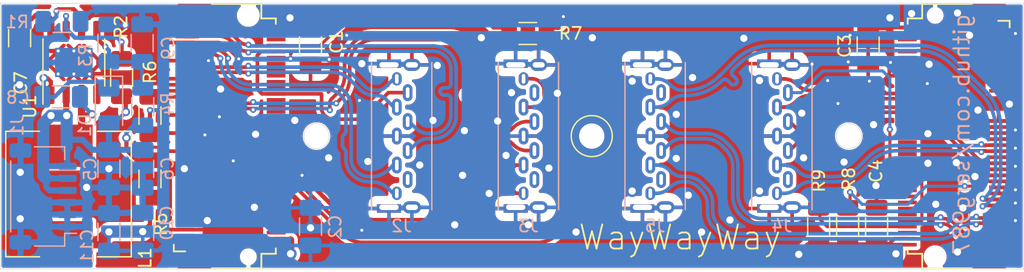
<source format=kicad_pcb>
(kicad_pcb (version 20221018) (generator pcbnew)
  (layers (0 "F.Cu" signal) (31 "B.Cu" signal) (34 "B.Paste" user) (35 "F.Paste" user) (36 "B.SilkS" user "B.Silkscreen") (37 "F.SilkS" user "F.Silkscreen") (38 "B.Mask" user) (39 "F.Mask" user) (44 "Edge.Cuts" user))
  (net 0 "")
  (net 1 "GND")
  (net 2 "+3V3")
  (net 3 "/REFCLK_1_N")
  (net 4 "/REFCLK_1_P")
  (net 5 "/REFCLK_0_N")
  (net 6 "/REFCLK_0_P")
  (net 7 "/REFCLK_2_N")
  (net 8 "/REFCLK_2_P")
  (net 9 "/REFCLK_3_P")
  (net 10 "Net-(D1-A)")
  (net 11 "Net-(D1-K)")
  (net 12 "/REFCLK_3_N")
  (net 13 "/PER_IN_3-")
  (net 14 "/PER_IN_3+")
  (net 15 "/PET_IN_3-")
  (net 16 "/PET_IN_3+")
  (net 17 "/PER_IN_2-")
  (net 18 "/PER_IN_2+")
  (net 19 "/PET_IN_2-")
  (net 20 "/PET_IN_2+")
  (net 21 "/PER_IN_1-")
  (net 22 "/PER_IN_1+")
  (net 23 "/PET_IN_1-")
  (net 24 "/PET_IN_1+")
  (net 25 "/PER_IN_0-")
  (net 26 "/PER_IN_0+")
  (net 27 "/PEWAKE0#")
  (net 28 "/PET_IN_0-")
  (net 29 "Net-(R4-Pad1)")
  (net 30 "/PET_IN_0+")
  (net 58 "Net-(U1-LX)")
  (net 67 "Net-(U1-SS)")
  (net 68 "Net-(U1-FB)")
  (net 69 "Net-(U1-PG)")
  (net 70 "Net-(U1-~{SHDN})")
  (net 106 "/PERST0#")
  (net 107 "/PEWAKE1#")
  (net 108 "/PERST1#")
  (net 109 "/PEWAKE2#")
  (net 110 "/PERST2#")
  (net 111 "/PEWAKE3#")
  (net 112 "/PERST3#")
  (net 113 "/CLKREQ1")
  (net 114 "/CLKREQ2")
  (net 115 "/CLKREQ3")
  (net 116 "/CLKREQ4")
  (footprint "Capacitor_SMD:C_1206_3216Metric_Pad1.33x1.80mm_HandSolder" (layer "F.Cu") (at 161.8 97.5 90)
    (fp_text reference "C4")
    (fp_text value "10uF" hide)
  )
  (footprint "Resistor_SMD:R_1206_3216Metric_Pad1.30x1.75mm_HandSolder" (layer "F.Cu") (at 132.9 81.5 180)
    (fp_text reference "R7")
    (fp_text value "10k" hide)
  )
  (footprint "TestPoint:TestPoint_Plated_Hole_D2.0mm" (layer "F.Cu") (at 138.2 90)
    (fp_text reference "REF**" hide)
    (fp_text value "TestPoint_Plated_Hole_D2.0mm" hide)
  )
  (footprint "Package_SO:HSOP-8-1EP_3.9x4.9mm_P1.27mm_EP2.41x3.1mm_ThermalVias" (layer "F.Cu") (at 95.295 83.9 90)
    (fp_text reference "U1")
    (fp_text value "FR9889" hide)
  )
  (footprint "Capacitor_SMD:C_1206_3216Metric_Pad1.33x1.80mm_HandSolder" (layer "F.Cu") (at 90.8 81.8875 -90)
    (fp_text reference "C7")
    (fp_text value "0.1" hide)
  )
  (footprint "Resistor_SMD:R_1206_3216Metric_Pad1.30x1.75mm_HandSolder" (layer "F.Cu") (at 101.6 93.55 90)
    (fp_text reference "R5")
    (fp_text value "8.1k" hide)
  )
  (footprint "nvme_ae_to_m:Conn_TE-M.2-0.5-67P-doublesided_TypeE" (layer "F.Cu") (at 166.625 90 -90)
    (fp_text reference "U4" hide)
    (fp_text value "M2 KEY E 2" hide)
  )
  (footprint "Capacitor_SMD:C_1206_3216Metric_Pad1.33x1.80mm_HandSolder" (layer "F.Cu") (at 114.9 82.5 -90)
    (fp_text reference "C1")
    (fp_text value "10uF" hide)
  )
  (footprint "Capacitor_SMD:C_1206_3216Metric_Pad1.33x1.80mm_HandSolder" (layer "F.Cu") (at 161.1 82.5 -90)
    (fp_text reference "C3")
    (fp_text value "10uF" hide)
  )
  (footprint "Resistor_SMD:R_1206_3216Metric_Pad1.30x1.75mm_HandSolder" (layer "F.Cu") (at 101.6 88.3 90)
    (fp_text reference "R6")
    (fp_text value "10k" hide)
  )
  (footprint "Inductor_SMD:L_Wuerth_HCI-1040" (layer "F.Cu") (at 94.85 94.8 -90)
    (fp_text reference "L1")
    (fp_text value "10uH")
  )
  (footprint "nvme_ae_to_m:Conn_TE-M.2-0.5-67P-doublesided_TypeE" (layer "F.Cu") (at 109.775 90 90)
    (fp_text reference "U3" hide)
    (fp_text value "M2 KEY E 1" hide)
  )
  (footprint "Resistor_SMD:R_1206_3216Metric_Pad1.30x1.75mm_HandSolder" (layer "F.Cu") (at 159.4 97.5 90)
    (fp_text reference "R8")
    (fp_text value "10k")
  )
  (footprint "Resistor_SMD:R_1206_3216Metric_Pad1.30x1.75mm_HandSolder" (layer "F.Cu") (at 157 97.5 90)
    (fp_text reference "R9")
    (fp_text value "10k")
  )
  (footprint "Resistor_SMD:R_1206_3216Metric_Pad1.30x1.75mm_HandSolder" (layer "F.Cu") (at 99.25 85.15 -90)
    (fp_text reference "R2")
    (fp_text value "100k" hide)
  )
  (footprint "Connector_JST:JST_SH_SM06B-SRSS-TB_1x06-1MP_P1.00mm_Horizontal" (layer "B.Cu") (at 92.75 95 90)
    (fp_text reference "J1")
    (fp_text value "Conn_01x06_Pin" hide)
  )
  (footprint "Resistor_SMD:R_1206_3216Metric_Pad1.30x1.75mm_HandSolder" (layer "B.Cu") (at 94.3 80.5 180)
    (fp_text reference "R1")
    (fp_text value "10k" hide)
  )
  (footprint "Capacitor_SMD:C_1206_3216Metric_Pad1.33x1.80mm_HandSolder" (layer "B.Cu") (at 98.2 97.9375 90)
    (fp_text reference "C11")
    (fp_text value "33uF" hide)
  )
  (footprint "Capacitor_SMD:C_1206_3216Metric_Pad1.33x1.80mm_HandSolder" (layer "B.Cu") (at 100.95 82.3 -90)
    (fp_text reference "C9")
    (fp_text value "0.1" hide)
  )
  (footprint "Resistor_SMD:R_1206_3216Metric_Pad1.30x1.75mm_HandSolder" (layer "B.Cu") (at 98.2 82.3 90)
    (fp_text reference "R3")
    (fp_text value "10k" hide)
  )
  (footprint "user-lib-fp:USB_A_Male_vertical_v2" (layer "B.Cu") (at 122.45 90)
    (fp_text reference "J2")
    (fp_text value "USB3_A")
  )
  (footprint "Resistor_SMD:R_1206_3216Metric_Pad1.30x1.75mm_HandSolder" (layer "B.Cu") (at 101 87.55 90)
    (fp_text reference "R4")
    (fp_text value "18k" hide)
  )
  (footprint "Capacitor_SMD:C_1206_3216Metric_Pad1.33x1.80mm_HandSolder" (layer "B.Cu") (at 114.9 97.5 90)
    (fp_text reference "C2")
    (fp_text value "10uF" hide)
  )
  (footprint "Capacitor_SMD:C_1206_3216Metric_Pad1.33x1.80mm_HandSolder" (layer "B.Cu") (at 98.2 92.7 -90)
    (fp_text reference "C5")
    (fp_text value "33uF" hide)
  )
  (footprint "Capacitor_SMD:C_1206_3216Metric_Pad1.33x1.80mm_HandSolder" (layer "B.Cu") (at 101 92.7125 -90)
    (fp_text reference "C6")
    (fp_text value "0.1" hide)
  )
  (footprint "user-lib-fp:USB_A_Male_vertical_v2" (layer "B.Cu") (at 143.45 90)
    (fp_text reference "J5")
    (fp_text value "USB3_A")
  )
  (footprint "Capacitor_SMD:C_1206_3216Metric_Pad1.33x1.80mm_HandSolder" (layer "B.Cu") (at 94.2375 86.75)
    (fp_text reference "C8")
    (fp_text value "0.1" hide)
  )
  (footprint "user-lib-fp:USB_A_Male_vertical_v2" (layer "B.Cu") (at 153.95 90)
    (fp_text reference "J4")
    (fp_text value "USB3_A")
  )
  (footprint "Capacitor_SMD:C_1206_3216Metric_Pad1.33x1.80mm_HandSolder" (layer "B.Cu") (at 101 97.9125 90)
    (fp_text reference "C10")
    (fp_text value "0.1" hide)
  )
  (footprint "user-lib-fp:USB_A_Male_vertical_v2" (layer "B.Cu") (at 132.95 90)
    (fp_text reference "J3")
    (fp_text value "USB3_A")
  )
  (footprint "Diode_SMD:D_1206_3216Metric_Pad1.42x1.75mm_HandSolder" (layer "B.Cu") (at 98.2 87.5 -90)
    (fp_text reference "D1")
    (fp_text value "1N4148" hide)
  )
  (gr_circle (center 115.4 90) (end 116.45 90) (stroke (width 0.05)) (fill none) (layer "Edge.Cuts"))
  (gr_circle (center 159.5 90) (end 160.55 90) (stroke (width 0.05)) (fill none) (layer "Edge.Cuts"))
  (gr_line (start 174 101) (end 174 79) (stroke (width 0.05)) (layer "Edge.Cuts"))
  (gr_line (start 174 79) (end 89.2 79) (stroke (width 0.05)) (layer "Edge.Cuts"))
  (gr_line (start 89.2 101) (end 174 101) (stroke (width 0.05)) (layer "Edge.Cuts"))
  (gr_line (start 89.2 79) (end 89.2 101) (stroke (width 0.05)) (layer "Edge.Cuts"))
  (gr_text "github.com/serg987" (at 168.85 89.85 90) (layer "B.SilkS") (effects (font (size 1.3 1.3) (thickness 0.1625)) (justify mirror)))
  (gr_text "WayWayWay" (at 145.5 98.4) (layer "F.SilkS") (effects (font (size 2 2))))
  (segment (start 104.4 89.75) (end 106 89.75) (width 0.3) (layer "F.Cu") (net 1))
  (segment (start 172 96.25) (end 173.4 96.25) (width 0.3) (layer "F.Cu") (net 1))
  (segment (start 95.95 83.035) (end 95.935 83.05) (width 0.35) (layer "F.Cu") (net 1))
  (segment (start 173.35 79.65) (end 171.225 79.65) (width 0.35) (layer "F.Cu") (net 1))
  (segment (start 104.4 99.25) (end 105.75 99.25) (width 0.3) (layer "F.Cu") (net 1))
  (segment (start 104.4 82.25) (end 107.185786 82.25) (width 0.3) (layer "F.Cu") (net 1))
  (segment (start 173.5 88.7) (end 173.5 82.25) (width 0.35) (layer "F.Cu") (net 1))
  (segment (start 107.55 79.9) (end 107.3 79.65) (width 0.3) (layer "F.Cu") (net 1))
  (segment (start 105.75 99.25) (end 106.95 98.05) (width 0.3) (layer "F.Cu") (net 1))
  (segment (start 168.05 85) (end 170.35 82.7) (width 0.3) (layer "F.Cu") (net 1))
  (segment (start 104.4 85.75) (end 107.1 85.75) (width 0.3) (layer "F.Cu") (net 1))
  (segment (start 173.45 94.75) (end 173.5 94.7) (width 0.35) (layer "F.Cu") (net 1))
  (segment (start 126.412598 97.787402) (end 126.85 97.35) (width 0.3) (layer "F.Cu") (net 1))
  (segment (start 104.4 85.25) (end 102.9 85.25) (width 0.3) (layer "F.Cu") (net 1))
  (segment (start 162.85 85) (end 162.85 84) (width 0.3) (layer "F.Cu") (net 1))
  (segment (start 172 80.75) (end 170.971 80.75) (width 0.3) (layer "F.Cu") (net 1))
  (segment (start 172 80.75) (end 173.45 80.75) (width 0.3) (layer "F.Cu") (net 1))
  (segment (start 172 91.75) (end 173.25 91.75) (width 0.3) (layer "F.Cu") (net 1))
  (segment (start 102.9 91.2) (end 102.95 91.25) (width 0.3) (layer "F.Cu") (net 1))
  (segment (start 106.65 80.75) (end 107.55 80.75) (width 0.3) (layer "F.Cu") (net 1))
  (segment (start 104.4 83.75) (end 102.85 83.75) (width 0.3) (layer "F.Cu") (net 1))
  (segment (start 172 82.25) (end 173.5 82.25) (width 0.3) (layer "F.Cu") (net 1))
  (segment (start 173.45 80.75) (end 173.5 80.7) (width 0.35) (layer "F.Cu") (net 1))
  (segment (start 173.4 96.25) (end 173.5 96.15) (width 0.35) (layer "F.Cu") (net 1))
  (segment (start 104.4 82.25) (end 102.85 82.25) (width 0.3) (layer "F.Cu") (net 1))
  (segment (start 173.5 88.7) (end 173.5 90.15) (width 0.35) (layer "F.Cu") (net 1))
  (segment (start 172 88.75) (end 173.45 88.75) (width 0.3) (layer "F.Cu") (net 1))
  (segment (start 90.8 83.45) (end 92.25 83.45) (width 0.35) (layer "F.Cu") (net 1))
  (segment (start 107.45 86.1) (end 106.35 86.1) (width 0.3) (layer "F.Cu") (net 1))
  (segment (start 172 88.75) (end 171.1 88.75) (width 0.3) (layer "F.Cu") (net 1))
  (segment (start 173.5 82.25) (end 173.5 80.7) (width 0.35) (layer "F.Cu") (net 1))
  (segment (start 172 90.25) (end 173.4 90.25) (width 0.3) (layer "F.Cu") (net 1))
  (segment (start 172 94.75) (end 173.45 94.75) (width 0.3) (layer "F.Cu") (net 1))
  (segment (start 104.4 88.25) (end 102.85 88.25) (width 0.3) (layer "F.Cu") (net 1))
  (segment (start 173.45 97.75) (end 173.5 97.7) (width 0.35) (layer "F.Cu") (net 1))
  (segment (start 173.25 91.75) (end 173.5 91.5) (width 0.3) (layer "F.Cu") (net 1))
  (segment (start 103.2 100.35) (end 105.175 100.35) (width 0.3) (layer "F.Cu") (net 1))
  (segment (start 170.3 81.421) (end 170.3 82.65) (width 0.3) (layer "F.Cu") (net 1))
  (segment (start 168.5 99.6) (end 168.85 99.25) (width 0.3) (layer "F.Cu") (net 1))
  (segment (start 169.95 93.35) (end 170.05 93.25) (width 0.3) (layer "F.Cu") (net 1))
  (segment (start 173.5 94.3) (end 173.5 94.7) (width 0.35) (layer "F.Cu") (net 1))
  (segment (start 173.4 90.25) (end 173.5 90.15) (width 0.35) (layer "F.Cu") (net 1))
  (segment (start 173.5 79.8) (end 173.35 79.65) (width 0.35) (layer "F.Cu") (net 1))
  (segment (start 168.85 99.25) (end 173.45 99.25) (width 0.3) (layer "F.Cu") (net 1))
  (segment (start 104.4 97.75) (end 106.95 97.75) (width 0.3) (layer "F.Cu") (net 1))
  (segment (start 104.4 88.25) (end 107.2 88.25) (width 0.3) (layer "F.Cu") (net 1))
  (segment (start 107.1 85.75) (end 107.45 86.1) (width 0.3) (layer "F.Cu") (net 1))
  (segment (start 164.45 85) (end 162.85 85) (width 0.3) (layer "F.Cu") (net 1))
  (segment (start 109.9 95) (end 107.15 97.75) (width 0.3) (layer "F.Cu") (net 1))
  (segment (start 106 89.75) (end 106.15 89.9) (width 0.3) (layer "F.Cu") (net 1))
  (segment (start 173.45 99.25) (end 173.5 99.3) (width 0.35) (layer "F.Cu") (net 1))
  (segment (start 97.2 86.55) (end 97.2 85.46) (width 0.35) (layer "F.Cu") (net 1))
  (segment (start 114.9 97.6) (end 114.9 96.5) (width 0.3) (layer "F.Cu") (net 1))
  (segment (start 173.45 93.75) (end 173.5 93.7) (width 0.35) (layer "F.Cu") (net 1))
  (segment (start 104.4 99.25) (end 102.85 99.25) (width 0.3) (layer "F.Cu") (net 1))
  (segment (start 164.45 85) (end 168.05 85) (width 0.3) (layer "F.Cu") (net 1))
  (segment (start 107.2 88.25) (end 107.35 88.4) (width 0.3) (layer "F.Cu") (net 1))
  (segment (start 107.15 97.75) (end 106.95 97.75) (width 0.3) (layer "F.Cu") (net 1))
  (segment (start 173.5 93.7) (end 173.5 94.3) (width 0.35) (layer "F.Cu") (net 1))
  (segment (start 173.45 94.25) (end 172 94.25) (width 0.3) (layer "F.Cu") (net 1))
  (segment (start 106.95 98.05) (end 106.95 97.75) (width 0.3) (layer "F.Cu") (net 1))
  (segment (start 104.4 83.75) (end 106.45 83.75) (width 0.3) (layer "F.Cu") (net 1))
  (segment (start 171.1 88.75) (end 170.2 87.85) (width 0.3) (layer "F.Cu") (net 1))
  (segment (start 114.9 96.5) (end 113.4 95) (width 0.3) (layer "F.Cu") (net 1))
  (segment (start 170.05 93.25) (end 172 93.25) (width 0.3) (layer "F.Cu") (net 1))
  (segment (start 102.505 84.855) (end 102.9 85.25) (width 0.35) (layer "F.Cu") (net 1))
  (segment (start 106.6 85.25) (end 107.45 86.1) (width 0.3) (layer "F.Cu") (net 1))
  (segment (start 172 93.25) (end 173.5 93.25) (width 0.3) (layer "F.Cu") (net 1))
  (segment (start 107.892893 82.542893) (end 108.95 83.6) (width 0.3) (layer "F.Cu") (net 1))
  (segment (start 173.5 97.7) (end 173.5 99.3) (width 0.35) (layer "F.Cu") (net 1))
  (segment (start 173.5 90.15) (end 173.5 91.5) (width 0.35) (layer "F.Cu") (net 1))
  (segment (start 173.5 96.15) (end 173.5 97.7) (width 0.35) (layer "F.Cu") (net 1))
  (segment (start 102.95 91.25) (end 102.85 91.25) (width 0.3) (layer "F.Cu") (net 1))
  (segment (start 119.162598 97.787402) (end 126.412598 97.787402) (width 0.3) (layer "F.Cu") (net 1))
  (segment (start 92.755 82.945) (end 93.995 82.945) (width 0.35) (layer "F.Cu") (net 1))
  (segment (start 170.971 80.75) (end 170.3 81.421) (width 0.3) (layer "F.Cu") (net 1))
  (segment (start 104.4 89.75) (end 102.85 89.75) (width 0.3) (layer "F.Cu") (net 1))
  (segment (start 118.75 97.8) (end 119.15 97.8) (width 0.3) (layer "F.Cu") (net 1))
  (segment (start 173.5 91.5) (end 173.5 93.25) (width 0.35) (layer "F.Cu") (net 1))
  (segment (start 173.5 93.25) (end 173.5 93.7) (width 0.35) (layer "F.Cu") (net 1))
  (segment (start 173.5 80.7) (end 173.5 79.8) (width 0.35) (layer "F.Cu") (net 1))
  (segment (start 104.4 97.75) (end 102.9 97.75) (width 0.3) (layer "F.Cu") (net 1))
  (segment (start 172 97.75) (end 173.45 97.75) (width 0.3) (layer "F.Cu") (net 1))
  (segment (start 162.85 84) (end 162.95 83.9) (width 0.3) (layer "F.Cu") (net 1))
  (segment (start 102.9 85.75) (end 104.4 85.75) (width 0.3) (layer "F.Cu") (net 1))
  (segment (start 105.7 86.75) (end 102.9 86.75) (width 0.3) (layer "F.Cu") (net 1))
  (segment (start 173.45 88.75) (end 173.5 88.7) (width 0.35) (layer "F.Cu") (net 1))
  (segment (start 170.35 82.7) (end 170.8 82.25) (width 0.3) (layer "F.Cu") (net 1))
  (segment (start 92.25 83.45) (end 92.755 82.945) (width 0.35) (layer "F.Cu") (net 1))
  (segment (start 104.4 85.25) (end 106.6 85.25) (width 0.3) (layer "F.Cu") (net 1))
  (segment (start 119.15 97.8) (end 119.162598 97.787402) (width 0.3) (layer "F.Cu") (net 1))
  (segment (start 114.2 93.25) (end 118.75 97.8) (width 0.3) (layer "F.Cu") (net 1))
  (segment (start 173.5 94.3) (end 173.45 94.25) (width 0.35) (layer "F.Cu") (net 1))
  (segment (start 104.4 91.25) (end 102.95 91.25) (width 0.3) (layer "F.Cu") (net 1))
  (segment (start 104.4 80.75) (end 102.85 80.75) (width 0.3) (layer "F.Cu") (net 1))
  (segment (start 107.55 80.75) (end 107.55 79.9) (width 0.3) (layer "F.Cu") (net 1))
  (segment (start 170.3 82.65) (end 170.35 82.7) (width 0.3) (layer "F.Cu") (net 1))
  (segment (start 102.9 86.75) (end 102.9 91.2) (width 0.3) (layer "F.Cu") (net 1))
  (segment (start 104.4 80.75) (end 106.65 80.75) (width 0.3) (layer "F.Cu") (net 1))
  (segment (start 97.2 85.46) (end 96.595 84.855) (width 0.35) (layer "F.Cu") (net 1))
  (segment (start 170.8 82.25) (end 172 82.25) (width 0.3) (layer "F.Cu") (net 1))
  (segment (start 173.5 94.7) (end 173.5 96.15) (width 0.35) (layer "F.Cu") (net 1))
  (segment (start 107.3 79.65) (end 105.175 79.65) (width 0.3) (layer "F.Cu") (net 1))
  (segment (start 106.35 86.1) (end 105.7 86.75) (width 0.3) (layer "F.Cu") (net 1))
  (segment (start 96.595 84.855) (end 102.505 84.855) (width 0.35) (layer "F.Cu") (net 1))
  (segment (start 113.4 95) (end 109.9 95) (width 0.3) (layer "F.Cu") (net 1))
  (via (at 96.35 94.25) (size 1) (drill 0.6) (layers "F.Cu" "B.Cu") (net 1))
  (via (at 170.2 87.85) (size 1) (drill 0.6) (layers "F.Cu" "B.Cu") (net 1))
  (via (at 113.25 83.6) (size 0.51) (drill 0.25) (layers "F.Cu" "B.Cu") (net 1))
  (via (at 159.1 92.15) (size 1) (drill 0.6) (layers "F.Cu" "B.Cu") (net 1))
  (via (at 156.45 84.05) (size 0.51) (drill 0.25) (layers "F.Cu" "B.Cu") (net 1))
  (via (at 118.95 87.05) (size 0.51) (drill 0.25) (layers "F.Cu" "B.Cu") (net 1))
  (via (at 146.55 85.15) (size 1) (drill 0.6) (layers "F.Cu" "B.Cu") (net 1))
  (via (at 166.15 84.05) (size 1) (drill 0.6) (layers "F.Cu" "B.Cu") (net 1))
  (via (at 145.2 88.2) (size 1) (drill 0.6) (layers "F.Cu" "B.Cu") (net 1))
  (via (at 159.45 83.85) (size 0.51) (drill 0.25) (layers "F.Cu" "B.Cu") (net 1))
  (via (at 114.2 93.25) (size 0.51) (drill 0.25) (layers "F.Cu" "B.Cu") (net 1))
  (via (at 146.2 94.9) (size 1) (drill 0.6) (layers "F.Cu" "B.Cu") (net 1))
  (via (at 108.5 92.05) (size 0.51) (drill 0.25) (layers "F.Cu" "B.Cu") (net 1))
  (via (at 138.25 81.85) (size 1) (drill 0.6) (layers "F.Cu" "B.Cu") (net 1))
  (via (at 173.3 97) (size 0.51) (drill 0.25) (layers "F.Cu" "B.Cu") (net 1))
  (via (at 166.05 89.8) (size 1) (drill 0.6) (layers "F.Cu" "B.Cu") (net 1))
  (via (at 173.3 89.5) (size 0.51) (drill 0.25) (layers "F.Cu" "B.Cu") (net 1))
  (via (at 90.8 85.75) (size 1) (drill 0.6) (layers "F.Cu" "B.Cu") (net 1))
  (via (at 106.45 83.75) (size 0.51) (drill 0.25) (layers "F.Cu" "B.Cu") (net 1))
  (via (at 152.1 94.55) (size 1) (drill 0.6) (layers "F.Cu" "B.Cu") (net 1))
  (via (at 90.85 93) (size 1) (drill 0.6) (layers "F.Cu" "B.Cu") (net 1))
  (via (at 125.05 88.7) (size 1) (drill 0.6) (layers "F.Cu" "B.Cu") (net 1))
  (via (at 106.15 89.9) (size 0.51) (drill 0.25) (layers "F.Cu" "B.Cu") (net 1))
  (via (at 172.8 87.35) (size 1) (drill 0.6) (layers "F.Cu" "B.Cu") (net 1))
  (via (at 164.7 79.85) (size 1) (drill 0.6) (layers "F.Cu" "B.Cu") (net 1))
  (via (at 119.15 84) (size 1) (drill 0.6) (layers "F.Cu" "B.Cu") (net 1))
  (via (at 114.9 97.6) (size 1) (drill 0.6) (layers "F.Cu" "B.Cu") (net 1))
  (via (at 145.2 91.85) (size 1) (drill 0.6) (layers "F.Cu" "B.Cu") (net 1))
  (via (at 129.05 81.85) (size 1) (drill 0.6) (layers "F.Cu" "B.Cu") (net 1))
  (via (at 166 85.65) (size 0.51) (drill 0.25) (layers "F.Cu" "B.Cu") (net 1))
  (via (at 161.2 85.45) (size 0.51) (drill 0.25) (layers "F.Cu" "B.Cu") (net 1))
  (via (at 166.05 92.25) (size 1) (drill 0.6) (layers "F.Cu" "B.Cu") (net 1))
  (via (at 168.95 95.95) (size 1) (drill 0.6) (layers "F.Cu" "B.Cu") (net 1))
  (via (at 173.3 92.5) (size 0.51) (drill 0.25) (layers "F.Cu" "B.Cu") (net 1))
  (via (at 116.4 91.8) (size 1) (drill 0.6) (layers "F.Cu" "B.Cu") (net 1))
  (via (at 157.75 85.4) (size 0.51) (drill 0.25) (layers "F.Cu" "B.Cu") (net 1))
  (via (at 131.1 91.6) (size 1) (drill 0.6) (layers "F.Cu" "B.Cu") (net 1))
  (via (at 131.55 86.4) (size 1) (drill 0.6) (layers "F.Cu" "B.Cu") (net 1))
  (via (at 135.35 86.45) (size 1) (drill 0.6) (layers "F.Cu" "B.Cu") (net 1))
  (via (at 162.95 83.9) (size 0.51) (drill 0.25) (layers "F.Cu" "B.Cu") (net 1))
  (via (at 173.3 94.45) (size 0.51) (drill 0.25) (layers "F.Cu" "B.Cu") (net 1))
  (via (at 159.6 81.65) (size 0.51) (drill 0.25) (layers "F.Cu" "B.Cu") (net 1))
  (via (at 108.95 83.6) (size 0.51) (drill 0.25) (layers "F.Cu" "B.Cu") (net 1))
  (via (at 90.85 96.85) (size 1) (drill 0.6) (layers "F.Cu" "B.Cu") (net 1))
  (via (at 155.6 88.1) (size 1) (drill 0.6) (layers "F.Cu" "B.Cu") (net 1))
  (via (at 173.3 95.55) (size 0.51) (drill 0.25) (layers "F.Cu" "B.Cu") (net 1))
  (via (at 98.2 92.7) (size 1) (drill 0.6) (layers "F.Cu" "B.Cu") (net 1))
  (via (at 168.5 99.6) (size 1) (drill 0.6) (layers "F.Cu" "B.Cu") (net 1))
  (via (at 127.65 89.55) (size 1) (drill 0.6) (layers "F.Cu" "B.Cu") (net 1))
  (via (at 141.55 85.45) (size 1) (drill 0.6) (layers "F.Cu" "B.Cu") (net 1))
  (via (at 123.95 92.4) (size 1) (drill 0.6) (layers "F.Cu" "B.Cu") (net 1))
  (via (at 168.4 92.2) (size 1) (drill 0.6) (layers "F.Cu" "B.Cu") (net 1))
  (via (at 99.55 80.8) (size 0.7) (drill 0.4) (layers "F.Cu" "B.Cu") (net 1))
  (via (at 152.1 85.4) (size 1) (drill 0.6) (layers "F.Cu" "B.Cu") (net 1))
  (via (at 132.95 97.35) (size 1) (drill 0.6) (layers "F.Cu" "B.Cu") (net 1))
  (via (at 107.35 88.4) (size 0.51) (drill 0.25) (layers "F.Cu" "B.Cu") (net 1))
  (via (at 107.45 86.1) (size 1) (drill 0.6) (layers "F.Cu" "B.Cu") (net 1))
  (via (at 119.15 97.8) (size 0.51) (drill 0.25) (layers "F.Cu" "B.Cu") (net 1))
  (via (at 134.65 92.65) (size 1) (drill 0.6) (layers "F.Cu" "B.Cu") (net 1))
  (via (at 119.65 92.1) (size 1) (drill 0.6) (layers "F.Cu" "B.Cu") (net 1))
  (via (at 130.4 88.75) (size 1) (drill 0.6) (layers "F.Cu" "B.Cu") (net 1))
  (via (at 149.65 96.95) (size 1) (drill 0.6) (layers "F.Cu" "B.Cu") (net 1))
  (via (at 125.4 84.15) (size 1) (drill 0.6) (layers "F.Cu" "B.Cu") (net 1))
  (via (at 166.7 95.65) (size 1) (drill 0.6) (layers "F.Cu" "B.Cu") (net 1))
  (via (at 116.45 83.65) (size 0.51) (drill 0.25) (layers "F.Cu" "B.Cu") (net 1))
  (via (at 158.6 87.3) (size 0.51) (drill 0.25) (layers "F.Cu" "B.Cu") (net 1))
  (via (at 173.3 91) (size 0.51) (drill 0.25) (layers "F.Cu" "B.Cu") (net 1))
  (via (at 106.35 97) (size 1) (drill 0.6) (layers "F.Cu" "B.Cu") (net 1))
  (via (at 161.75 94.1) (size 1) (drill 0.6) (layers "F.Cu" "B.Cu") (net 1))
  (via (at 136.9 97.95) (size 1) (drill 0.6) (layers "F.Cu" "B.Cu") (net 1))
  (via (at 150.8 81.9) (size 1) (drill 0.6) (layers "F.Cu" "B.Cu") (net 1))
  (via (at 129.7 94.75) (size 1) (drill 0.6) (layers "F.Cu" "B.Cu") (net 1))
  (via (at 173.3 81.5) (size 0.51) (drill 0.25) (layers "F.Cu" "B.Cu") (net 1))
  (via (at 161.55 89.05) (size 1) (drill 0.6) (layers "F.Cu" "B.Cu") (net 1))
  (via (at 104.45 92.7) (size 1) (drill 0.6) (layers "F.Cu" "B.Cu") (net 1))
  (via (at 110.25 95.9) (size 1) (drill 0.6) (layers "F.Cu" "B.Cu") (net 1))
  (via (at 117.9 81.65) (size 0.51) (drill 0.25) (layers "F.Cu" "B.Cu") (net 1))
  (via (at 110.35 89.85) (size 1) (drill 0.6) (layers "F.Cu" "B.Cu") (net 1))
  (via (at 126.85 97.35) (size 1) (drill 0.6) (layers "F.Cu" "B.Cu") (net 1))
  (via (at 169.95 93.35) (size 1) (drill 0.6) (layers "F.Cu" "B.Cu") (net 1))
  (via (at 141.55 94.55) (size 1) (drill 0.6) (layers "F.Cu" "B.Cu") (net 1))
  (via (at 113.6 88.7) (size 1) (drill 0.6) (layers "F.Cu" "B.Cu") (net 1))
  (via (at 155.75 91.8) (size 1) (drill 0.6) (layers "F.Cu" "B.Cu") (net 1))
  (via (at 169.5 81.65) (size 1) (drill 0.6) (layers "F.Cu" "B.Cu") (net 1))
  (via (at 168.5 79.8) (size 1) (drill 0.6) (layers "F.Cu" "B.Cu") (net 1))
  (via (at 147.3 97.95) (size 1) (drill 0.6) (layers "F.Cu" "B.Cu") (net 1))
  (via (at 127.5 93.25) (size 1) (drill 0.6) (layers "F.Cu" "B.Cu") (net 1))
  (arc (start 107.185786 82.25) (mid 107.568469 82.32612) (end 107.892893 82.542893) (width 0.3) (layer "F.Cu") (net 1))
  (segment (start 113.25 83.6) (end 113.248 83.602) (width 0.3) (layer "B.Cu") (net 1))
  (segment (start 108.952 83.602) (end 108.95 83.6) (width 0.3) (layer "B.Cu") (net 1))
  (segment (start 99.55 80.8) (end 98.25 80.8) (width 0.35) (layer "B.Cu") (net 1))
  (segment (start 113.248 83.602) (end 108.952 83.602) (width 0.3) (layer "B.Cu") (net 1))
  (segment (start 98.25 80.8) (end 98.2 80.75) (width 0.35) (layer "B.Cu") (net 1))
  (segment (start 101 97.9125) (end 98.225 97.9125) (width 1) (layer "F.Cu") (net 2))
  (segment (start 111.95 81.5) (end 113.1 81.5) (width 0.3) (layer "F.Cu") (net 2))
  (segment (start 164.45 98.5) (end 163.275 98.5) (width 0.3) (layer "F.Cu") (net 2))
  (segment (start 111.95 99) (end 113.2 99) (width 0.3) (layer "F.Cu") (net 2))
  (segment (start 113.2 81.4) (end 113.2 80.2) (width 0.5) (layer "F.Cu") (net 2))
  (segment (start 164.45 99) (end 162.775 99) (width 0.3) (layer "F.Cu") (net 2))
  (segment (start 162.7125 99.0625) (end 163.4 99.75) (width 0.6) (layer "F.Cu") (net 2))
  (segment (start 161.8875 99.05) (end 161.9 99.0625) (width 0.5) (layer "F.Cu") (net 2))
  (segment (start 162.9 80.2) (end 162.9 81.3) (width 0.6) (layer "F.Cu") (net 2))
  (segment (start 164.45 81) (end 163 81) (width 0.3) (layer "F.Cu") (net 2))
  (segment (start 135.85 80.65) (end 135.85 80.1) (width 0.3) (layer "F.Cu") (net 2))
  (segment (start 134.45 81.05) (end 135.45 81.05) (width 0.3) (layer "F.Cu") (net 2))
  (segment (start 135.45 81.05) (end 135.85 80.65) (width 0.3) (layer "F.Cu") (net 2))
  (segment (start 101.6 87.85) (end 101.6 89.85) (width 0.35) (layer "F.Cu") (net 2))
  (segment (start 162.775 99) (end 162.7125 99.0625) (width 0.3) (layer "F.Cu") (net 2))
  (segment (start 98.225 97.9125) (end 98.2 97.9375) (width 0.35) (layer "F.Cu") (net 2))
  (segment (start 111.95 81) (end 113.2 81) (width 0.3) (layer "F.Cu") (net 2))
  (segment (start 113.2 81) (end 113.2 80.2) (width 0.3) (layer "F.Cu") (net 2))
  (segment (start 113.15 98.5) (end 111.95 98.5) (width 0.3) (layer "F.Cu") (net 2))
  (segment (start 101.6 97.3125) (end 101 97.9125) (width 0.35) (layer "F.Cu") (net 2))
  (segment (start 156.1 99.05) (end 155.35 99.8) (width 0.5) (layer "F.Cu") (net 2))
  (segment (start 97.3375 98.8) (end 94.85 98.8) (width 1) (layer "F.Cu") (net 2))
  (segment (start 157.1 99.05) (end 161.8875 99.05) (width 0.5) (layer "F.Cu") (net 2))
  (segment (start 113.2 81) (end 113.225 80.975) (width 0.3) (layer "F.Cu") (net 2))
  (segment (start 163.275 98.5) (end 162.7125 99.0625) (width 0.3) (layer "F.Cu") (net 2))
  (segment (start 162.9 81.3) (end 163.1 81.5) (width 0.3) (layer "F.Cu") (net 2))
  (segment (start 157.1 99.05) (end 156.1 99.05) (width 0.5) (layer "F.Cu") (net 2))
  (segment (start 113.2 99) (end 113.25 98.95) (width 0.3) (layer "F.Cu") (net 2))
  (segment (start 161.2625 99) (end 161.2 99.0625) (width 0.3) (layer "F.Cu") (net 2))
  (segment (start 98.2 97.9375) (end 97.3375 98.8) (width 1) (layer "F.Cu") (net 2))
  (segment (start 113.25 99.75) (end 113.25 98.95) (width 0.6) (layer "F.Cu") (net 2))
  (segment (start 113.25 98.6) (end 113.15 98.5) (width 0.3) (layer "F.Cu") (net 2))
  (segment (start 113.25 98.95) (end 113.25 98.6) (width 0.6) (layer "F.Cu") (net 2))
  (segment (start 163.1 81.5) (end 164.45 81.5) (width 0.3) (layer "F.Cu") (net 2))
  (segment (start 113.225 80.975) (end 114.8 80.975) (width 0.6) (layer "F.Cu") (net 2))
  (segment (start 113.1 81.5) (end 113.2 81.4) (width 0.3) (layer "F.Cu") (net 2))
  (segment (start 161.9 99.0625) (end 162.7125 99.0625) (width 0.5) (layer "F.Cu") (net 2))
  (segment (start 162.9375 80.9375) (end 161.2 80.9375) (width 0.6) (layer "F.Cu") (net 2))
  (segment (start 101.6 95.1) (end 101.6 97.3125) (width 0.35) (layer "F.Cu") (net 2))
  (via (at 113.2 80.2) (size 1) (drill 0.6) (layers "F.Cu" "B.Cu") (net 2))
  (via (at 155.35 99.8) (size 1) (drill 0.6) (layers "F.Cu" "B.Cu") (net 2))
  (via (at 101 97.9125) (size 1) (drill 0.6) (layers "F.Cu" "B.Cu") (net 2))
  (via (at 162.9 80.2) (size 1) (drill 0.6) (layers "F.Cu" "B.Cu") (net 2))
  (via (at 113.25 99.75) (size 1) (drill 0.6) (layers "F.Cu" "B.Cu") (net 2))
  (via (at 98.2 97.9375) (size 1) (drill 0.6) (layers "F.Cu" "B.Cu") (net 2))
  (via (at 163.4 99.75) (size 1) (drill 0.6) (layers "F.Cu" "B.Cu") (net 2))
  (via (at 135.85 80.1) (size 0.51) (drill 0.25) (layers "F.Cu" "B.Cu") (net 2))
  (via (at 101.6 87.85) (size 0.508) (drill 0.254) (layers "F.Cu" "B.Cu") (net 2))
  (segment (start 100.95 79.65) (end 102.55 79.65) (width 0.3) (layer "B.Cu") (net 2))
  (segment (start 101.6 87.85) (end 102.6 87.85) (width 0.35) (layer "B.Cu") (net 2))
  (segment (start 102.275 99.475) (end 102.7 99.05) (width 0.35) (layer "B.Cu") (net 2))
  (segment (start 102.65 88.5) (end 102.7 88.55) (width 0.254) (layer "B.Cu") (net 2))
  (segment (start 112.7 80.2) (end 113.2 80.2) (width 0.5) (layer "B.Cu") (net 2))
  (segment (start 102.65 79.75) (end 102.65 80.9) (width 0.3) (layer "B.Cu") (net 2))
  (segment (start 102.55 79.65) (end 102.65 79.75) (width 0.3) (layer "B.Cu") (net 2))
  (segment (start 98.225 97.9125) (end 98.2 97.9375) (width 1) (layer "B.Cu") (net 2))
  (segment (start 96.7 79.65) (end 100.95 79.65) (width 0.3) (layer "B.Cu") (net 2))
  (segment (start 101 99.475) (end 102.275 99.475) (width 0.35) (layer "B.Cu") (net 2))
  (segment (start 101 97.9125) (end 98.225 97.9125) (width 1) (layer "B.Cu") (net 2))
  (segment (start 108.05 80.55) (end 108.7024 81.2024) (width 0.5) (layer "B.Cu") (net 2))
  (segment (start 108.7024 81.2024) (end 111.6976 81.2024) (width 0.5) (layer "B.Cu") (net 2))
  (segment (start 111.6976 81.2024) (end 112.7 80.2) (width 0.5) (layer "B.Cu") (net 2))
  (segment (start 102.6 87.85) (end 102.7 87.95) (width 0.35) (layer "B.Cu") (net 2))
  (segment (start 102.2125 97.9125) (end 102.7 98.4) (width 1) (layer "B.Cu") (net 2))
  (segment (start 102.7 88.55) (end 102.7 87.95) (width 1) (layer "B.Cu") (net 2))
  (segment (start 102.7 87.95) (end 102.7 80.95) (width 1) (layer "B.Cu") (net 2))
  (segment (start 102.9 80.55) (end 108.05 80.55) (width 0.5) (layer "B.Cu") (net 2))
  (segment (start 102.7 98.4) (end 102.7 88.55) (width 1) (layer "B.Cu") (net 2))
  (segment (start 100.975 99.5) (end 101 99.475) (width 0.35) (layer "B.Cu") (net 2))
  (segment (start 98.2 99.5) (end 100.975 99.5) (width 0.35) (layer "B.Cu") (net 2))
  (segment (start 101 97.9125) (end 102.2125 97.9125) (width 1) (layer "B.Cu") (net 2))
  (segment (start 102.65 80.9) (end 102.7 80.95) (width 0.3) (layer "B.Cu") (net 2))
  (segment (start 100.95 80.7375) (end 100.95 79.65) (width 0.3) (layer "B.Cu") (net 2))
  (segment (start 102.7 99.05) (end 102.7 98.4) (width 0.35) (layer "B.Cu") (net 2))
  (segment (start 95.85 80.5) (end 96.7 79.65) (width 0.3) (layer "B.Cu") (net 2))
  (segment (start 105.562501 87.25) (end 105.597501 87.285) (width 0.3) (layer "F.Cu") (net 3))
  (segment (start 130.59368 90.215) (end 130.485 90.215) (width 0.3) (layer "F.Cu") (net 3))
  (segment (start 128.285 88.015) (end 128.285 87.2) (width 0.3) (layer "F.Cu") (net 3))
  (segment (start 110.045 87.285) (end 110.15 87.18) (width 0.3) (layer "F.Cu") (net 3))
  (segment (start 126.285 82.015) (end 120.15 82.015) (width 0.3) (layer "F.Cu") (net 3))
  (segment (start 105.597501 87.285) (end 110.045 87.285) (width 0.3) (layer "F.Cu") (net 3))
  (segment (start 133.35 91.2) (end 132.82132 91.2) (width 0.3) (layer "F.Cu") (net 3))
  (segment (start 127.985 86.9) (end 127.918637 86.9) (width 0.3) (layer "F.Cu") (net 3))
  (segment (start 127.918637 86.3) (end 127.985 86.3) (width 0.3) (layer "F.Cu") (net 3))
  (segment (start 104.4 87.25) (end 105.562501 87.25) (width 0.3) (layer "F.Cu") (net 3))
  (segment (start 128.285 86) (end 128.285 85.35) (width 0.3) (layer "F.Cu") (net 3))
  (segment (start 118.15 84.015) (end 118.15 85.172887) (width 0.3) (layer "F.Cu") (net 3))
  (segment (start 131.76066 90.76066) (end 131.65434 90.65434) (width 0.3) (layer "F.Cu") (net 3))
  (segment (start 128.285 85.35) (end 128.285 84.015) (width 0.3) (layer "F.Cu") (net 3))
  (segment (start 117.447057 86.869943) (end 117.032 87.285) (width 0.3) (layer "F.Cu") (net 3))
  (via (at 117.032 87.285) (size 0.51) (drill 0.25) (layers "F.Cu" "B.Cu") (net 3))
  (via (at 110.15 87.18) (size 0.51) (drill 0.25) (layers "F.Cu" "B.Cu") (net 3))
  (arc (start 120.15 82.015) (mid 118.735786 82.600786) (end 118.15 84.015) (width 0.3) (layer "F.Cu") (net 3))
  (arc (start 127.618637 86.6) (mid 127.706505 86.387868) (end 127.918637 86.3) (width 0.3) (layer "F.Cu") (net 3))
  (arc (start 131.65434 90.65434) (mid 131.167705 90.329181) (end 130.59368 90.215) (width 0.3) (layer "F.Cu") (net 3))
  (arc (start 118.15 85.172887) (mid 117.967311 86.091327) (end 117.447057 86.869943) (width 0.3) (layer "F.Cu") (net 3))
  (arc (start 128.285 87.2) (mid 128.197132 86.987868) (end 127.985 86.9) (width 0.3) (layer "F.Cu") (net 3))
  (arc (start 127.918637 86.9) (mid 127.706505 86.812132) (end 127.618637 86.6) (width 0.3) (layer "F.Cu") (net 3))
  (arc (start 127.985 86.3) (mid 128.197132 86.212132) (end 128.285 86) (width 0.3) (layer "F.Cu") (net 3))
  (arc (start 130.485 90.215) (mid 128.929365 89.570635) (end 128.285 88.015) (width 0.3) (layer "F.Cu") (net 3))
  (arc (start 128.285 84.015) (mid 127.699214 82.600786) (end 126.285 82.015) (width 0.3) (layer "F.Cu") (net 3))
  (arc (start 132.82132 91.2) (mid 132.247295 91.085819) (end 131.76066 90.76066) (width 0.3) (layer "F.Cu") (net 3))
  (segment (start 110.255 87.285) (end 110.15 87.18) (width 0.3) (layer "B.Cu") (net 3))
  (segment (start 117.032 87.285) (end 110.255 87.285) (width 0.3) (layer "B.Cu") (net 3))
  (segment (start 131.65134 89.34866) (end 131.76066 89.23934) (width 0.3) (layer "F.Cu") (net 4))
  (segment (start 120.123 81.585) (end 126.315 81.585) (width 0.3) (layer "F.Cu") (net 4))
  (segment (start 116.646447 86.918191) (end 117.137214 86.427424) (width 0.3) (layer "F.Cu") (net 4))
  (segment (start 104.4 87.75) (end 105.562501 87.75) (width 0.3) (layer "F.Cu") (net 4))
  (segment (start 132.82132 88.8) (end 133.35 88.8) (width 0.3) (layer "F.Cu") (net 4))
  (segment (start 110.045 87.715) (end 110.15 87.82) (width 0.3) (layer "F.Cu") (net 4))
  (segment (start 117.723 85.013211) (end 117.723 83.985) (width 0.3) (layer "F.Cu") (net 4))
  (segment (start 105.597501 87.715) (end 110.045 87.715) (width 0.3) (layer "F.Cu") (net 4))
  (segment (start 116.5 87.85) (end 116.5 87.271745) (width 0.3) (layer "F.Cu") (net 4))
  (segment (start 128.715 83.985) (end 128.715 87.988) (width 0.3) (layer "F.Cu") (net 4))
  (segment (start 105.562501 87.75) (end 105.597501 87.715) (width 0.3) (layer "F.Cu") (net 4))
  (segment (start 130.515 89.788) (end 130.59068 89.788) (width 0.3) (layer "F.Cu") (net 4))
  (via (at 116.5 87.85) (size 0.51) (drill 0.25) (layers "F.Cu" "B.Cu") (net 4))
  (via (at 110.15 87.82) (size 0.51) (drill 0.25) (layers "F.Cu" "B.Cu") (net 4))
  (arc (start 130.515 89.788) (mid 129.242208 89.260792) (end 128.715 87.988) (width 0.3) (layer "F.Cu") (net 4))
  (arc (start 116.646447 86.918191) (mid 116.53806 87.080403) (end 116.5 87.271745) (width 0.3) (layer "F.Cu") (net 4))
  (arc (start 130.59068 89.788) (mid 131.164705 89.673819) (end 131.65134 89.34866) (width 0.3) (layer "F.Cu") (net 4))
  (arc (start 117.137214 86.427424) (mid 117.570759 85.778578) (end 117.723 85.013211) (width 0.3) (layer "F.Cu") (net 4))
  (arc (start 120.123 81.585) (mid 118.425944 82.287944) (end 117.723 83.985) (width 0.3) (layer "F.Cu") (net 4))
  (arc (start 131.76066 89.23934) (mid 132.247295 88.914181) (end 132.82132 88.8) (width 0.3) (layer "F.Cu") (net 4))
  (arc (start 128.715 83.985) (mid 128.012056 82.287944) (end 126.315 81.585) (width 0.3) (layer "F.Cu") (net 4))
  (segment (start 116.5 87.85) (end 116.365 87.715) (width 0.3) (layer "B.Cu") (net 4))
  (segment (start 116.365 87.715) (end 110.255 87.715) (width 0.3) (layer "B.Cu") (net 4))
  (segment (start 110.255 87.715) (end 110.15 87.82) (width 0.3) (layer "B.Cu") (net 4))
  (segment (start 109.694214 82.43) (end 109.75 82.43) (width 0.3) (layer "F.Cu") (net 5))
  (segment (start 105.597501 81.285) (end 107.347994 81.285) (width 0.3) (layer "F.Cu") (net 5))
  (segment (start 108.691497 81.841497) (end 108.987107 82.137107) (width 0.3) (layer "F.Cu") (net 5))
  (segment (start 104.4 81.25) (end 105.562501 81.25) (width 0.3) (layer "F.Cu") (net 5))
  (segment (start 105.562501 81.25) (end 105.597501 81.285) (width 0.3) (layer "F.Cu") (net 5))
  (via (at 109.75 82.43) (size 0.51) (drill 0.25) (layers "F.Cu" "B.Cu") (net 5))
  (arc (start 109.694214 82.43) (mid 109.311531 82.35388) (end 108.987107 82.137107) (width 0.3) (layer "F.Cu") (net 5))
  (arc (start 107.347994 81.285) (mid 108.075093 81.429629) (end 108.691497 81.841497) (width 0.3) (layer "F.Cu") (net 5))
  (segment (start 123.075 91.2) (end 122.85 91.2) (width 0.3) (layer "B.Cu") (net 5))
  (segment (start 126.965 84.435) (end 126.965 88.315) (width 0.3) (layer "B.Cu") (net 5))
  (segment (start 125.065 90.215) (end 124.68132 90.215) (width 0.3) (layer "B.Cu") (net 5))
  (segment (start 109.855 82.535) (end 125.065 82.535) (width 0.3) (layer "B.Cu") (net 5))
  (segment (start 123.62066 90.65434) (end 123.075 91.2) (width 0.3) (layer "B.Cu") (net 5))
  (segment (start 109.75 82.43) (end 109.855 82.535) (width 0.3) (layer "B.Cu") (net 5))
  (arc (start 125.065 82.535) (mid 126.408503 83.091497) (end 126.965 84.435) (width 0.3) (layer "B.Cu") (net 5))
  (arc (start 124.68132 90.215) (mid 124.107295 90.329181) (end 123.62066 90.65434) (width 0.3) (layer "B.Cu") (net 5))
  (arc (start 125.065 90.215) (mid 126.408503 89.658503) (end 126.965 88.315) (width 0.3) (layer "B.Cu") (net 5))
  (segment (start 108.35434 82.15434) (end 108.872107 82.672107) (width 0.3) (layer "F.Cu") (net 6))
  (segment (start 104.4 81.75) (end 105.562501 81.75) (width 0.3) (layer "F.Cu") (net 6))
  (segment (start 109.579214 82.965) (end 109.645 82.965) (width 0.3) (layer "F.Cu") (net 6))
  (segment (start 105.597501 81.715) (end 107.29368 81.715) (width 0.3) (layer "F.Cu") (net 6))
  (segment (start 105.562501 81.75) (end 105.597501 81.715) (width 0.3) (layer "F.Cu") (net 6))
  (segment (start 109.645 82.965) (end 109.75 83.07) (width 0.3) (layer "F.Cu") (net 6))
  (via (at 109.75 83.07) (size 0.51) (drill 0.25) (layers "F.Cu" "B.Cu") (net 6))
  (arc (start 109.579214 82.965) (mid 109.196531 82.88888) (end 108.872107 82.672107) (width 0.3) (layer "F.Cu") (net 6))
  (arc (start 107.29368 81.715) (mid 107.867705 81.829181) (end 108.35434 82.15434) (width 0.3) (layer "F.Cu") (net 6))
  (segment (start 125.035 82.965) (end 109.855 82.965) (width 0.3) (layer "B.Cu") (net 6))
  (segment (start 109.855 82.965) (end 109.75 83.07) (width 0.3) (layer "B.Cu") (net 6))
  (segment (start 126.535 85.7) (end 126.535 85.051154) (width 0.3) (layer "B.Cu") (net 6))
  (segment (start 126.535 88.285) (end 126.535 86.9) (width 0.3) (layer "B.Cu") (net 6))
  (segment (start 125.941258 86) (end 126.235 86) (width 0.3) (layer "B.Cu") (net 6))
  (segment (start 126.235 86.6) (end 125.941258 86.6) (width 0.3) (layer "B.Cu") (net 6))
  (segment (start 126.535 85.051154) (end 126.535 84.465) (width 0.3) (layer "B.Cu") (net 6))
  (segment (start 123.075 88.8) (end 123.62066 89.34566) (width 0.3) (layer "B.Cu") (net 6))
  (segment (start 124.68132 89.785) (end 125.035 89.785) (width 0.3) (layer "B.Cu") (net 6))
  (segment (start 122.85 88.8) (end 123.075 88.8) (width 0.3) (layer "B.Cu") (net 6))
  (arc (start 125.035 89.785) (mid 126.09566 89.34566) (end 126.535 88.285) (width 0.3) (layer "B.Cu") (net 6))
  (arc (start 126.535 84.465) (mid 126.09566 83.40434) (end 125.035 82.965) (width 0.3) (layer "B.Cu") (net 6))
  (arc (start 125.941258 86.6) (mid 125.729126 86.512132) (end 125.641258 86.3) (width 0.3) (layer "B.Cu") (net 6))
  (arc (start 125.641258 86.3) (mid 125.729126 86.087868) (end 125.941258 86) (width 0.3) (layer "B.Cu") (net 6))
  (arc (start 126.535 86.9) (mid 126.447132 86.687868) (end 126.235 86.6) (width 0.3) (layer "B.Cu") (net 6))
  (arc (start 123.62066 89.34566) (mid 124.107295 89.670819) (end 124.68132 89.785) (width 0.3) (layer "B.Cu") (net 6))
  (arc (start 126.235 86) (mid 126.447132 85.912132) (end 126.535 85.7) (width 0.3) (layer "B.Cu") (net 6))
  (segment (start 157.7 89.55) (end 158.637214 88.612786) (width 0.3) (layer "F.Cu") (net 7))
  (segment (start 156.20632 90.215) (end 156.289416 90.215) (width 0.3) (layer "F.Cu") (net 7))
  (segment (start 157.562208 89.687792) (end 157.7 89.55) (width 0.3) (layer "F.Cu") (net 7))
  (segment (start 166.308917 88.612787) (end 169.772476 92.076346) (width 0.3) (layer "F.Cu") (net 7))
  (segment (start 171.398821 92.75) (end 172 92.75) (width 0.3) (layer "F.Cu") (net 7))
  (segment (start 160.051427 88.027) (end 164.894703 88.027) (width 0.3) (layer "F.Cu") (net 7))
  (segment (start 154.6 91.2) (end 155.14566 90.65434) (width 0.3) (layer "F.Cu") (net 7))
  (arc (start 164.894703 88.027) (mid 165.66007 88.179241) (end 166.308917 88.612787) (width 0.3) (layer "F.Cu") (net 7))
  (arc (start 155.14566 90.65434) (mid 155.632295 90.329181) (end 156.20632 90.215) (width 0.3) (layer "F.Cu") (net 7))
  (arc (start 158.637214 88.612786) (mid 159.28606 88.179241) (end 160.051427 88.027) (width 0.3) (layer "F.Cu") (net 7))
  (arc (start 156.289416 90.215) (mid 156.978246 90.077983) (end 157.562208 89.687792) (width 0.3) (layer "F.Cu") (net 7))
  (arc (start 169.772476 92.076346) (mid 170.518649 92.574923) (end 171.398821 92.75) (width 0.3) (layer "F.Cu") (net 7))
  (segment (start 169.964213 91.664213) (end 166.573654 88.273654) (width 0.3) (layer "F.Cu") (net 8))
  (segment (start 155.14566 89.34566) (end 154.6 88.8) (width 0.3) (layer "F.Cu") (net 8))
  (segment (start 158.372475 88.273655) (end 157.30047 89.34566) (width 0.3) (layer "F.Cu") (net 8))
  (segment (start 156.23981 89.785) (end 156.20632 89.785) (width 0.3) (layer "F.Cu") (net 8))
  (segment (start 172 92.25) (end 171.378427 92.25) (width 0.3) (layer "F.Cu") (net 8))
  (segment (start 164.947309 87.6) (end 159.998821 87.6) (width 0.3) (layer "F.Cu") (net 8))
  (arc (start 158.372475 88.273655) (mid 159.118649 87.775077) (end 159.998821 87.6) (width 0.3) (layer "F.Cu") (net 8))
  (arc (start 166.573654 88.273654) (mid 165.827481 87.775077) (end 164.947309 87.6) (width 0.3) (layer "F.Cu") (net 8))
  (arc (start 169.964213 91.664213) (mid 170.61306 92.097759) (end 171.378427 92.25) (width 0.3) (layer "F.Cu") (net 8))
  (arc (start 157.30047 89.34566) (mid 156.813835 89.670819) (end 156.23981 89.785) (width 0.3) (layer "F.Cu") (net 8))
  (arc (start 155.14566 89.34566) (mid 155.632295 89.670819) (end 156.20632 89.785) (width 0.3) (layer "F.Cu") (net 8))
  (segment (start 170.802499 98.285) (end 169.70327 98.285) (width 0.3) (layer "F.Cu") (net 9))
  (segment (start 168.219817 97.215761) (end 168.996163 97.992107) (width 0.3) (layer "F.Cu") (net 9))
  (segment (start 167.1 96.73) (end 167.205 96.835) (width 0.3) (layer "F.Cu") (net 9))
  (segment (start 172 98.25) (end 170.837499 98.25) (width 0.3) (layer "F.Cu") (net 9))
  (segment (start 170.837499 98.25) (end 170.802499 98.285) (width 0.3) (layer "F.Cu") (net 9))
  (segment (start 167.205 96.835) (end 167.300578 96.835) (width 0.3) (layer "F.Cu") (net 9))
  (via (at 167.1 96.73) (size 0.51) (drill 0.25) (layers "F.Cu" "B.Cu") (net 9))
  (arc (start 168.219817 97.215761) (mid 167.798067 96.933956) (end 167.300578 96.835) (width 0.3) (layer "F.Cu") (net 9))
  (arc (start 168.996163 97.992107) (mid 169.320586 98.20888) (end 169.70327 98.285) (width 0.3) (layer "F.Cu") (net 9))
  (segment (start 149.262711 90.458655) (end 149.641346 90.83729) (width 0.3) (layer "B.Cu") (net 9))
  (segment (start 150.315 92.463635) (end 150.315 94.835) (width 0.3) (layer "B.Cu") (net 9))
  (segment (start 166.995 96.835) (end 167.1 96.73) (width 0.3) (layer "B.Cu") (net 9))
  (segment (start 143.85 88.8) (end 144.075 88.8) (width 0.3) (layer "B.Cu") (net 9))
  (segment (start 144.075 88.8) (end 144.62066 89.34566) (width 0.3) (layer "B.Cu") (net 9))
  (segment (start 145.68132 89.785) (end 147.636365 89.785) (width 0.3) (layer "B.Cu") (net 9))
  (segment (start 152.315 96.835) (end 166.995 96.835) (width 0.3) (layer "B.Cu") (net 9))
  (arc (start 152.315 96.835) (mid 150.900786 96.249214) (end 150.315 94.835) (width 0.3) (layer "B.Cu") (net 9))
  (arc (start 144.62066 89.34566) (mid 145.107295 89.670819) (end 145.68132 89.785) (width 0.3) (layer "B.Cu") (net 9))
  (arc (start 149.262711 90.458655) (mid 148.516537 89.960077) (end 147.636365 89.785) (width 0.3) (layer "B.Cu") (net 9))
  (arc (start 149.641346 90.83729) (mid 150.139923 91.583463) (end 150.315 92.463635) (width 0.3) (layer "B.Cu") (net 9))
  (segment (start 94.66 88.26) (end 94.66 86.55) (width 0.5) (layer "F.Cu") (net 10))
  (segment (start 93.4 88.3) (end 94.7 88.3) (width 1) (layer "F.Cu") (net 10))
  (segment (start 94.7 88.3) (end 94.66 88.26) (width 0.5) (layer "F.Cu") (net 10))
  (segment (start 99.6 87.05) (end 99.25 86.7) (width 0.5) (layer "F.Cu") (net 10))
  (segment (start 99.6 88) (end 99.6 87.05) (width 0.35) (layer "F.Cu") (net 10))
  (via (at 99.6 88) (size 0.7) (drill 0.4) (layers "F.Cu" "B.Cu") (net 10))
  (via (at 93.4 88.3) (size 1) (drill 0.6) (layers "F.Cu" "B.Cu") (net 10))
  (via (at 94.7 88.3) (size 1) (drill 0.6) (layers "F.Cu" "B.Cu") (net 10))
  (segment (start 93.4 88.3) (end 92.75 88.95) (width 1) (layer "B.Cu") (net 10))
  (segment (start 93.3 94.5) (end 93 94.2) (width 0.5) (layer "B.Cu") (net 10))
  (segment (start 93.4 88.3) (end 94.7 88.3) (width 1) (layer "B.Cu") (net 10))
  (segment (start 94.7 90.9) (end 94.75 90.95) (width 0.5) (layer "B.Cu") (net 10))
  (segment (start 94.7 90.35) (end 94.7 90.9) (width 1) (layer "B.Cu") (net 10))
  (segment (start 92.75 88.95) (end 92.75 93.25) (width 1) (layer "B.Cu") (net 10))
  (segment (start 96.8375 91.1375) (end 96 90.3) (width 0.5) (layer "B.Cu") (net 10))
  (segment (start 94.75 92.5) (end 93 92.5) (width 0.5) (layer "B.Cu") (net 10))
  (segment (start 98.2 91.1375) (end 96.8375 91.1375) (width 0.5) (layer "B.Cu") (net 10))
  (segment (start 98.2 91.1375) (end 98.2 88.9875) (width 0.5) (layer "B.Cu") (net 10))
  (segment (start 94.7 88.3) (end 94.7 90.35) (width 1) (layer "B.Cu") (net 10))
  (segment (start 98.6125 88.9875) (end 99.6 88) (width 0.35) (layer "B.Cu") (net 10))
  (segment (start 94.75 94.5) (end 93.3 94.5) (width 0.5) (layer "B.Cu") (net 10))
  (segment (start 98.2 88.9875) (end 98.6125 88.9875) (width 0.5) (layer "B.Cu") (net 10))
  (segment (start 98.2 91.1375) (end 100.9875 91.1375) (width 0.5) (layer "B.Cu") (net 10))
  (segment (start 96 90.3) (end 94.75 90.3) (width 0.5) (layer "B.Cu") (net 10))
  (segment (start 100.9875 91.1375) (end 101 91.15) (width 0.5) (layer "B.Cu") (net 10))
  (segment (start 94.75 92.5) (end 94.75 90.95) (width 0.5) (layer "B.Cu") (net 10))
  (segment (start 92.75 93.25) (end 93 93.5) (width 1) (layer "B.Cu") (net 10))
  (segment (start 94.75 90.3) (end 94.7 90.35) (width 0.5) (layer "B.Cu") (net 10))
  (segment (start 94.75 93.5) (end 93 93.5) (width 0.5) (layer "B.Cu") (net 10))
  (segment (start 93 94.2) (end 93 93.5) (width 0.5) (layer "B.Cu") (net 10))
  (segment (start 93.1 85.2) (end 93.39 85.49) (width 0.35) (layer "F.Cu") (net 11))
  (segment (start 93.39 85.49) (end 93.39 86.55) (width 0.35) (layer "F.Cu") (net 11))
  (segment (start 92.8 85.2) (end 93.1 85.2) (width 0.35) (layer "F.Cu") (net 11))
  (via (at 92.8 85.2) (size 0.7) (drill 0.4) (layers "F.Cu" "B.Cu") (net 11))
  (segment (start 92.8 85.2) (end 92.8 86.625) (width 0.35) (layer "B.Cu") (net 11))
  (segment (start 92.675 86.75) (end 93.7 86.75) (width 0.35) (layer "B.Cu") (net 11))
  (segment (start 97.6875 85.5) (end 98.2 86.0125) (width 0.35) (layer "B.Cu") (net 11))
  (segment (start 92.8 86.625) (end 92.675 86.75) (width 0.35) (layer "B.Cu") (net 11))
  (segment (start 94.95 85.5) (end 97.6875 85.5) (width 0.35) (layer "B.Cu") (net 11))
  (segment (start 93.7 86.75) (end 94.95 85.5) (width 0.35) (layer "B.Cu") (net 11))
  (segment (start 167.953837 97.557893) (end 168.730183 98.334239) (width 0.3) (layer "F.Cu") (net 12))
  (segment (start 170.802499 98.715) (end 169.649422 98.715) (width 0.3) (layer "F.Cu") (net 12))
  (segment (start 167.1 97.37) (end 167.205 97.265) (width 0.3) (layer "F.Cu") (net 12))
  (segment (start 167.205 97.265) (end 167.24673 97.265) (width 0.3) (layer "F.Cu") (net 12))
  (segment (start 170.837499 98.75) (end 170.802499 98.715) (width 0.3) (layer "F.Cu") (net 12))
  (segment (start 172 98.75) (end 170.837499 98.75) (width 0.3) (layer "F.Cu") (net 12))
  (via (at 167.1 97.37) (size 0.51) (drill 0.25) (layers "F.Cu" "B.Cu") (net 12))
  (arc (start 168.730183 98.334239) (mid 169.151933 98.616044) (end 169.649422 98.715) (width 0.3) (layer "F.Cu") (net 12))
  (arc (start 167.953837 97.557893) (mid 167.629414 97.34112) (end 167.24673 97.265) (width 0.3) (layer "F.Cu") (net 12))
  (segment (start 144.075 91.2) (end 144.62066 90.65434) (width 0.3) (layer "B.Cu") (net 12))
  (segment (start 149.885 92.517483) (end 149.885 94.965) (width 0.3) (layer "B.Cu") (net 12))
  (segment (start 166.995 97.265) (end 167.1 97.37) (width 0.3) (layer "B.Cu") (net 12))
  (segment (start 148.996731 90.800787) (end 149.299214 91.10327) (width 0.3) (layer "B.Cu") (net 12))
  (segment (start 145.68132 90.215) (end 147.582517 90.215) (width 0.3) (layer "B.Cu") (net 12))
  (segment (start 143.85 91.2) (end 144.075 91.2) (width 0.3) (layer "B.Cu") (net 12))
  (segment (start 152.185 97.265) (end 166.995 97.265) (width 0.3) (layer "B.Cu") (net 12))
  (arc (start 152.185 97.265) (mid 150.558654 96.591346) (end 149.885 94.965) (width 0.3) (layer "B.Cu") (net 12))
  (arc (start 144.62066 90.65434) (mid 145.107295 90.329181) (end 145.68132 90.215) (width 0.3) (layer "B.Cu") (net 12))
  (arc (start 147.582517 90.215) (mid 148.347884 90.367241) (end 148.996731 90.800787) (width 0.3) (layer "B.Cu") (net 12))
  (arc (start 149.885 92.517483) (mid 149.732759 91.752116) (end 149.299214 91.10327) (width 0.3) (layer "B.Cu") (net 12))
  (segment (start 170.155 96.785) (end 170.05 96.68) (width 0.3) (layer "F.Cu") (net 13))
  (segment (start 170.837499 96.75) (end 170.802499 96.785) (width 0.3) (layer "F.Cu") (net 13))
  (segment (start 170.802499 96.785) (end 170.155 96.785) (width 0.3) (layer "F.Cu") (net 13))
  (segment (start 172 96.75) (end 170.837499 96.75) (width 0.3) (layer "F.Cu") (net 13))
  (via (at 170.05 96.68) (size 0.51) (drill 0.25) (layers "F.Cu" "B.Cu") (net 13))
  (segment (start 169.830792 96.785) (end 169.945 96.785) (width 0.3) (layer "B.Cu") (net 13))
  (segment (start 148.65434 97.300284) (end 148.999716 97.64566) (width 0.3) (layer "B.Cu") (net 13))
  (segment (start 147.286264 93.882208) (end 147.687792 94.283736) (width 0.3) (layer "B.Cu") (net 13))
  (segment (start 150.060376 98.085) (end 166.91536 98.085) (width 0.3) (layer "B.Cu") (net 13))
  (segment (start 145.77632 93.355) (end 146.013472 93.355) (width 0.3) (layer "B.Cu") (net 13))
  (segment (start 144.63934 92.83934) (end 144.71566 92.91566) (width 0.3) (layer "B.Cu") (net 13))
  (segment (start 168.188152 97.557792) (end 168.345868 97.400076) (width 0.3) (layer "B.Cu") (net 13))
  (segment (start 143.05 92.4) (end 143.57868 92.4) (width 0.3) (layer "B.Cu") (net 13))
  (segment (start 148.215 95.556528) (end 148.215 96.239624) (width 0.3) (layer "B.Cu") (net 13))
  (segment (start 169.945 96.785) (end 170.05 96.68) (width 0.3) (layer "B.Cu") (net 13))
  (arc (start 168.345868 97.400076) (mid 169.027157 96.944853) (end 169.830792 96.785) (width 0.3) (layer "B.Cu") (net 13))
  (arc (start 146.013472 93.355) (mid 146.702302 93.492017) (end 147.286264 93.882208) (width 0.3) (layer "B.Cu") (net 13))
  (arc (start 168.188152 97.557792) (mid 167.60419 97.947983) (end 166.91536 98.085) (width 0.3) (layer "B.Cu") (net 13))
  (arc (start 148.215 96.239624) (mid 148.329181 96.813649) (end 148.65434 97.300284) (width 0.3) (layer "B.Cu") (net 13))
  (arc (start 145.77632 93.355) (mid 145.202295 93.240819) (end 144.71566 92.91566) (width 0.3) (layer "B.Cu") (net 13))
  (arc (start 143.57868 92.4) (mid 144.152705 92.514181) (end 144.63934 92.83934) (width 0.3) (layer "B.Cu") (net 13))
  (arc (start 148.215 95.556528) (mid 148.077983 94.867698) (end 147.687792 94.283736) (width 0.3) (layer "B.Cu") (net 13))
  (arc (start 150.060376 98.085) (mid 149.486351 97.970819) (end 148.999716 97.64566) (width 0.3) (layer "B.Cu") (net 13))
  (segment (start 170.155 97.215) (end 170.05 97.32) (width 0.3) (layer "F.Cu") (net 14))
  (segment (start 170.837499 97.25) (end 170.802499 97.215) (width 0.3) (layer "F.Cu") (net 14))
  (segment (start 172 97.25) (end 170.837499 97.25) (width 0.3) (layer "F.Cu") (net 14))
  (segment (start 170.802499 97.215) (end 170.155 97.215) (width 0.3) (layer "F.Cu") (net 14))
  (via (at 170.05 97.32) (size 0.51) (drill 0.25) (layers "F.Cu" "B.Cu") (net 14))
  (segment (start 169.88464 97.215) (end 169.945 97.215) (width 0.3) (layer "B.Cu") (net 14))
  (segment (start 147.017284 94.22134) (end 147.257792 94.461848) (width 0.3) (layer "B.Cu") (net 14))
  (segment (start 143.05 94.74) (end 143.56368 94.74) (width 0.3) (layer "B.Cu") (net 14))
  (segment (start 145.76432 93.782) (end 145.956624 93.782) (width 0.3) (layer "B.Cu") (net 14))
  (segment (start 169.945 97.215) (end 170.05 97.32) (width 0.3) (layer "B.Cu") (net 14))
  (segment (start 150.006528 98.515) (end 166.969208 98.515) (width 0.3) (layer "B.Cu") (net 14))
  (segment (start 148.312208 97.566264) (end 148.733736 97.987792) (width 0.3) (layer "B.Cu") (net 14))
  (segment (start 168.454132 97.899924) (end 168.611848 97.742208) (width 0.3) (layer "B.Cu") (net 14))
  (segment (start 147.785 95.73464) (end 147.785 96.293472) (width 0.3) (layer "B.Cu") (net 14))
  (segment (start 144.62434 94.30066) (end 144.70366 94.22134) (width 0.3) (layer "B.Cu") (net 14))
  (arc (start 169.88464 97.215) (mid 169.19581 97.352017) (end 168.611848 97.742208) (width 0.3) (layer "B.Cu") (net 14))
  (arc (start 147.257792 94.461848) (mid 147.647983 95.04581) (end 147.785 95.73464) (width 0.3) (layer "B.Cu") (net 14))
  (arc (start 147.785 96.293472) (mid 147.922017 96.982302) (end 148.312208 97.566264) (width 0.3) (layer "B.Cu") (net 14))
  (arc (start 150.006528 98.515) (mid 149.317698 98.377983) (end 148.733736 97.987792) (width 0.3) (layer "B.Cu") (net 14))
  (arc (start 143.56368 94.74) (mid 144.137705 94.625819) (end 144.62434 94.30066) (width 0.3) (layer "B.Cu") (net 14))
  (arc (start 166.969208 98.515) (mid 167.772843 98.355147) (end 168.454132 97.899924) (width 0.3) (layer "B.Cu") (net 14))
  (arc (start 147.017284 94.22134) (mid 146.530649 93.896181) (end 145.956624 93.782) (width 0.3) (layer "B.Cu") (net 14))
  (arc (start 145.76432 93.782) (mid 145.190295 93.896181) (end 144.70366 94.22134) (width 0.3) (layer "B.Cu") (net 14))
  (segment (start 170.802499 95.715) (end 170.686599 95.715) (width 0.3) (layer "F.Cu") (net 15))
  (segment (start 170.837499 95.75) (end 170.802499 95.715) (width 0.3) (layer "F.Cu") (net 15))
  (segment (start 170.686599 95.715) (end 170.581599 95.82) (width 0.3) (layer "F.Cu") (net 15))
  (segment (start 172 95.75) (end 170.837499 95.75) (width 0.3) (layer "F.Cu") (net 15))
  (via (at 170.581599 95.82) (size 0.51) (drill 0.25) (layers "F.Cu" "B.Cu") (net 15))
  (segment (start 153.092062 82.485) (end 165.257751 82.485) (width 0.3) (layer "B.Cu") (net 15))
  (segment (start 145.78632 86.215) (end 145.92409 86.215) (width 0.3) (layer "B.Cu") (net 15))
  (segment (start 168.298311 83.744441) (end 170.817559 86.26369) (width 0.3) (layer "B.Cu") (net 15))
  (segment (start 170.73 95.82) (end 170.581599 95.82) (width 0.3) (layer "B.Cu") (net 15))
  (segment (start 148.752517 85.043427) (end 150.051503 83.744441) (width 0.3) (layer "B.Cu") (net 15))
  (segment (start 171.19832 95.35168) (end 170.73 95.82) (width 0.3) (layer "B.Cu") (net 15))
  (segment (start 172.077 89.304249) (end 172.077 93.230359) (width 0.3) (layer "B.Cu") (net 15))
  (segment (start 143.05 85.26) (end 143.58868 85.26) (width 0.3) (layer "B.Cu") (net 15))
  (segment (start 144.64934 85.69934) (end 144.72566 85.77566) (width 0.3) (layer "B.Cu") (net 15))
  (arc (start 168.298311 83.744441) (mid 166.90329 82.812318) (end 165.257751 82.485) (width 0.3) (layer "B.Cu") (net 15))
  (arc (start 172.077 89.304249) (mid 171.749682 87.65871) (end 170.817559 86.26369) (width 0.3) (layer "B.Cu") (net 15))
  (arc (start 144.72566 85.77566) (mid 145.212295 86.100819) (end 145.78632 86.215) (width 0.3) (layer "B.Cu") (net 15))
  (arc (start 172.077 93.230359) (mid 171.848638 94.37841) (end 171.19832 95.35168) (width 0.3) (layer "B.Cu") (net 15))
  (arc (start 150.051503 83.744441) (mid 151.446523 82.812318) (end 153.092062 82.485) (width 0.3) (layer "B.Cu") (net 15))
  (arc (start 148.752517 85.043427) (mid 147.454824 85.910518) (end 145.92409 86.215) (width 0.3) (layer "B.Cu") (net 15))
  (arc (start 144.64934 85.69934) (mid 144.162705 85.374181) (end 143.58868 85.26) (width 0.3) (layer "B.Cu") (net 15))
  (segment (start 170.686599 95.285) (end 170.581599 95.18) (width 0.3) (layer "F.Cu") (net 16))
  (segment (start 172 95.25) (end 170.837499 95.25) (width 0.3) (layer "F.Cu") (net 16))
  (segment (start 170.837499 95.25) (end 170.802499 95.285) (width 0.3) (layer "F.Cu") (net 16))
  (segment (start 170.802499 95.285) (end 170.686599 95.285) (width 0.3) (layer "F.Cu") (net 16))
  (via (at 170.581599 95.18) (size 0.51) (drill 0.25) (layers "F.Cu" "B.Cu") (net 16))
  (segment (start 149.445758 85.38256) (end 149.7286 85.665402) (width 0.3) (layer "B.Cu") (net 16))
  (segment (start 144.63934 87.16066) (end 144.71866 87.08134) (width 0.3) (layer "B.Cu") (net 16))
  (segment (start 143.05 87.6) (end 143.57868 87.6) (width 0.3) (layer "B.Cu") (net 16))
  (segment (start 168.036573 84.086573) (end 170.478427 86.528427) (width 0.3) (layer "B.Cu") (net 16))
  (segment (start 150.152864 85.241137) (end 149.870021 84.958294) (width 0.3) (layer "B.Cu") (net 16))
  (segment (start 153.145909 82.915) (end 165.208146 82.915) (width 0.3) (layer "B.Cu") (net 16))
  (segment (start 149.870021 84.53403) (end 149.870022 84.534032) (width 0.3) (layer "B.Cu") (net 16))
  (segment (start 149.445757 85.382561) (end 149.445758 85.38256) (width 0.3) (layer "B.Cu") (net 16))
  (segment (start 170.72 95.18) (end 170.581599 95.18) (width 0.3) (layer "B.Cu") (net 16))
  (segment (start 150.152865 85.241137) (end 150.152864 85.241137) (width 0.3) (layer "B.Cu") (net 16))
  (segment (start 145.77932 86.642) (end 145.980936 86.642) (width 0.3) (layer "B.Cu") (net 16))
  (segment (start 171.65 89.356854) (end 171.65 93.007359) (width 0.3) (layer "B.Cu") (net 16))
  (segment (start 149.870022 84.534032) (end 150.317483 84.086572) (width 0.3) (layer "B.Cu") (net 16))
  (segment (start 170.77132 95.12868) (end 170.72 95.18) (width 0.3) (layer "B.Cu") (net 16))
  (arc (start 165.208146 82.915) (mid 166.73888 83.219482) (end 168.036573 84.086573) (width 0.3) (layer "B.Cu") (net 16))
  (arc (start 149.021494 85.38256) (mid 149.233626 85.294693) (end 149.445757 85.382561) (width 0.3) (layer "B.Cu") (net 16))
  (arc (start 144.71866 87.08134) (mid 145.205295 86.756181) (end 145.77932 86.642) (width 0.3) (layer "B.Cu") (net 16))
  (arc (start 149.870021 84.958294) (mid 149.782153 84.746162) (end 149.870021 84.53403) (width 0.3) (layer "B.Cu") (net 16))
  (arc (start 171.65 93.007359) (mid 171.421638 94.15541) (end 170.77132 95.12868) (width 0.3) (layer "B.Cu") (net 16))
  (arc (start 149.7286 85.665402) (mid 149.940732 85.75327) (end 150.152864 85.665402) (width 0.3) (layer "B.Cu") (net 16))
  (arc (start 150.317483 84.086572) (mid 151.615176 83.219482) (end 153.145909 82.915) (width 0.3) (layer "B.Cu") (net 16))
  (arc (start 145.980936 86.642) (mid 147.626474 86.314682) (end 149.021494 85.38256) (width 0.3) (layer "B.Cu") (net 16))
  (arc (start 143.57868 87.6) (mid 144.152705 87.485819) (end 144.63934 87.16066) (width 0.3) (layer "B.Cu") (net 16))
  (arc (start 150.152864 85.665402) (mid 150.240733 85.45327) (end 150.152865 85.241137) (width 0.3) (layer "B.Cu") (net 16))
  (arc (start 170.478427 86.528427) (mid 171.345518 87.82612) (end 171.65 89.356854) (width 0.3) (layer "B.Cu") (net 16))
  (segment (start 170.584005 90.785) (end 170.479005 90.68) (width 0.3) (layer "F.Cu") (net 17))
  (segment (start 170.837499 90.75) (end 170.802499 90.785) (width 0.3) (layer "F.Cu") (net 17))
  (segment (start 172 90.75) (end 170.837499 90.75) (width 0.3) (layer "F.Cu") (net 17))
  (segment (start 170.802499 90.785) (end 170.584005 90.785) (width 0.3) (layer "F.Cu") (net 17))
  (via (at 170.479005 90.68) (size 0.51) (drill 0.25) (layers "F.Cu" "B.Cu") (net 17))
  (segment (start 160.37368 92.47632) (end 161.098453 91.751547) (width 0.3) (layer "B.Cu") (net 17))
  (segment (start 163.431905 90.785) (end 170.374005 90.785) (width 0.3) (layer "B.Cu") (net 17))
  (segment (start 156.35132 93.355) (end 158.252359 93.355) (width 0.3) (layer "B.Cu") (net 17))
  (segment (start 155.21434 92.83934) (end 155.29066 92.91566) (width 0.3) (layer "B.Cu") (net 17))
  (segment (start 153.55 92.4) (end 154.15368 92.4) (width 0.3) (layer "B.Cu") (net 17))
  (segment (start 170.374005 90.785) (end 170.479005 90.68) (width 0.3) (layer "B.Cu") (net 17))
  (arc (start 155.21434 92.83934) (mid 154.727705 92.514181) (end 154.15368 92.4) (width 0.3) (layer "B.Cu") (net 17))
  (arc (start 156.35132 93.355) (mid 155.777295 93.240819) (end 155.29066 92.91566) (width 0.3) (layer "B.Cu") (net 17))
  (arc (start 161.098453 91.751547) (mid 162.16905 91.036197) (end 163.431905 90.785) (width 0.3) (layer "B.Cu") (net 17))
  (arc (start 158.252359 93.355) (mid 159.40041 93.126638) (end 160.37368 92.47632) (width 0.3) (layer "B.Cu") (net 17))
  (segment (start 170.802499 91.215) (end 170.584005 91.215) (width 0.3) (layer "F.Cu") (net 18))
  (segment (start 170.837499 91.25) (end 170.802499 91.215) (width 0.3) (layer "F.Cu") (net 18))
  (segment (start 170.584005 91.215) (end 170.479005 91.32) (width 0.3) (layer "F.Cu") (net 18))
  (segment (start 172 91.25) (end 170.837499 91.25) (width 0.3) (layer "F.Cu") (net 18))
  (via (at 170.479005 91.32) (size 0.51) (drill 0.25) (layers "F.Cu" "B.Cu") (net 18))
  (segment (start 160.635418 92.818452) (end 161.363191 92.090679) (width 0.3) (layer "B.Cu") (net 18))
  (segment (start 156.33632 93.785) (end 158.301965 93.785) (width 0.3) (layer "B.Cu") (net 18))
  (segment (start 170.371005 91.212) (end 170.479005 91.32) (width 0.3) (layer "B.Cu") (net 18))
  (segment (start 163.484511 91.212) (end 170.371005 91.212) (width 0.3) (layer "B.Cu") (net 18))
  (segment (start 155.19934 94.30066) (end 155.27566 94.22434) (width 0.3) (layer "B.Cu") (net 18))
  (segment (start 153.55 94.74) (end 154.13868 94.74) (width 0.3) (layer "B.Cu") (net 18))
  (arc (start 155.27566 94.22434) (mid 155.762295 93.899181) (end 156.33632 93.785) (width 0.3) (layer "B.Cu") (net 18))
  (arc (start 161.363191 92.090679) (mid 162.336461 91.440361) (end 163.484511 91.212) (width 0.3) (layer "B.Cu") (net 18))
  (arc (start 160.635418 92.818452) (mid 159.564821 93.533802) (end 158.301965 93.785) (width 0.3) (layer "B.Cu") (net 18))
  (arc (start 154.13868 94.74) (mid 154.712705 94.625819) (end 155.19934 94.30066) (width 0.3) (layer "B.Cu") (net 18))
  (segment (start 155.17434 85.69934) (end 155.25066 85.77566) (width 0.3) (layer "F.Cu") (net 19))
  (segment (start 168.339547 87.439548) (end 169.27132 88.371321) (width 0.3) (layer "F.Cu") (net 19))
  (segment (start 155.526171 85.996244) (end 155.736269 86.103292) (width 0.3) (layer "F.Cu") (net 19))
  (segment (start 154.898837 85.478743) (end 155.089604 85.617341) (width 0.3) (layer "F.Cu") (net 19))
  (segment (start 162.577056 86.473) (end 166.006094 86.473) (width 0.3) (layer "F.Cu") (net 19))
  (segment (start 155.960527 86.176154) (end 156.193421 86.213038) (width 0.3) (layer "F.Cu") (net 19))
  (segment (start 155.335406 85.857648) (end 155.526171 85.996244) (width 0.3) (layer "F.Cu") (net 19))
  (segment (start 171.39264 89.25) (end 172 89.25) (width 0.3) (layer "F.Cu") (net 19))
  (segment (start 156.193421 86.213038) (end 156.31132 86.215) (width 0.3) (layer "F.Cu") (net 19))
  (segment (start 154.464477 85.298831) (end 154.688736 85.371694) (width 0.3) (layer "F.Cu") (net 19))
  (segment (start 155.089604 85.617341) (end 155.17434 85.69934) (width 0.3) (layer "F.Cu") (net 19))
  (segment (start 155.25066 85.77566) (end 155.335406 85.857648) (width 0.3) (layer "F.Cu") (net 19))
  (segment (start 154.688736 85.371694) (end 154.898837 85.478743) (width 0.3) (layer "F.Cu") (net 19))
  (segment (start 154.23158 85.261947) (end 154.464477 85.298831) (width 0.3) (layer "F.Cu") (net 19))
  (segment (start 153.55 85.26) (end 154.11368 85.26) (width 0.3) (layer "F.Cu") (net 19))
  (segment (start 162.319056 86.215) (end 162.577056 86.473) (width 0.3) (layer "F.Cu") (net 19))
  (segment (start 154.11368 85.26) (end 154.23158 85.261947) (width 0.3) (layer "F.Cu") (net 19))
  (segment (start 155.736269 86.103292) (end 155.960527 86.176154) (width 0.3) (layer "F.Cu") (net 19))
  (segment (start 156.31132 86.215) (end 162.319056 86.215) (width 0.3) (layer "F.Cu") (net 19))
  (arc (start 166.006094 86.473) (mid 167.26895 86.724198) (end 168.339547 87.439548) (width 0.3) (layer "F.Cu") (net 19))
  (arc (start 171.39264 89.25) (mid 170.24459 89.021639) (end 169.27132 88.371321) (width 0.3) (layer "F.Cu") (net 19))
  (segment (start 156.22632 86.645) (end 162.140944 86.645) (width 0.3) (layer "F.Cu") (net 20))
  (segment (start 155.08934 87.16066) (end 155.16566 87.08434) (width 0.3) (layer "F.Cu") (net 20))
  (segment (start 155.250406 87.002352) (end 155.441171 86.863756) (width 0.3) (layer "F.Cu") (net 20))
  (segment (start 168.07481 87.77868) (end 169.079583 88.783453) (width 0.3) (layer "F.Cu") (net 20))
  (segment (start 156.108421 86.646962) (end 156.22632 86.645) (width 0.3) (layer "F.Cu") (net 20))
  (segment (start 154.813837 87.381257) (end 155.004604 87.242659) (width 0.3) (layer "F.Cu") (net 20))
  (segment (start 155.651269 86.756708) (end 155.875527 86.683846) (width 0.3) (layer "F.Cu") (net 20))
  (segment (start 154.603736 87.488306) (end 154.813837 87.381257) (width 0.3) (layer "F.Cu") (net 20))
  (segment (start 154.14658 87.598053) (end 154.379477 87.561169) (width 0.3) (layer "F.Cu") (net 20))
  (segment (start 154.379477 87.561169) (end 154.603736 87.488306) (width 0.3) (layer "F.Cu") (net 20))
  (segment (start 155.441171 86.863756) (end 155.651269 86.756708) (width 0.3) (layer "F.Cu") (net 20))
  (segment (start 162.395944 86.9) (end 165.953489 86.9) (width 0.3) (layer "F.Cu") (net 20))
  (segment (start 155.16566 87.08434) (end 155.250406 87.002352) (width 0.3) (layer "F.Cu") (net 20))
  (segment (start 171.413035 89.75) (end 172 89.75) (width 0.3) (layer "F.Cu") (net 20))
  (segment (start 154.02868 87.6) (end 154.14658 87.598053) (width 0.3) (layer "F.Cu") (net 20))
  (segment (start 162.140944 86.645) (end 162.395944 86.9) (width 0.3) (layer "F.Cu") (net 20))
  (segment (start 155.004604 87.242659) (end 155.08934 87.16066) (width 0.3) (layer "F.Cu") (net 20))
  (segment (start 153.55 87.6) (end 154.02868 87.6) (width 0.3) (layer "F.Cu") (net 20))
  (segment (start 155.875527 86.683846) (end 156.108421 86.646962) (width 0.3) (layer "F.Cu") (net 20))
  (arc (start 169.079583 88.783453) (mid 170.15018 89.498803) (end 171.413035 89.75) (width 0.3) (layer "F.Cu") (net 20))
  (arc (start 168.07481 87.77868) (mid 167.10154 87.128361) (end 165.953489 86.9) (width 0.3) (layer "F.Cu") (net 20))
  (segment (start 105.836365 88.785) (end 105.597501 88.785) (width 0.3) (layer "F.Cu") (net 21))
  (segment (start 105.597501 88.785) (end 105.562501 88.75) (width 0.3) (layer "F.Cu") (net 21))
  (segment (start 132.55 92.4) (end 131.904502 92.4) (width 0.3) (layer "F.Cu") (net 21))
  (segment (start 124.439517 96.928) (end 120.210483 96.928) (width 0.3) (layer "F.Cu") (net 21))
  (segment (start 131.461739 92.842763) (end 131.461739 92.860361) (width 0.3) (layer "F.Cu") (net 21))
  (segment (start 113.536365 92.035) (end 110.867483 92.035) (width 0.3) (layer "F.Cu") (net 21))
  (segment (start 109.453269 91.449213) (end 107.46271 89.458654) (width 0.3) (layer "F.Cu") (net 21))
  (segment (start 105.562501 88.75) (end 104.4 88.75) (width 0.3) (layer "F.Cu") (net 21))
  (segment (start 130.141573 93.355) (end 129.793635 93.355) (width 0.3) (layer "F.Cu") (net 21))
  (segment (start 131.904502 92.4) (end 131.461739 92.842763) (width 0.3) (layer "F.Cu") (net 21))
  (segment (start 118.796269 96.342213) (end 115.16271 92.708654) (width 0.3) (layer "F.Cu") (net 21))
  (segment (start 128.167289 94.028655) (end 125.85373 96.342214) (width 0.3) (layer "F.Cu") (net 21))
  (arc (start 120.210483 96.928) (mid 119.445116 96.775759) (end 118.796269 96.342213) (width 0.3) (layer "F.Cu") (net 21))
  (arc (start 129.793635 93.355) (mid 128.913463 93.530077) (end 128.167289 94.028655) (width 0.3) (layer "F.Cu") (net 21))
  (arc (start 115.16271 92.708654) (mid 114.416537 92.210077) (end 113.536365 92.035) (width 0.3) (layer "F.Cu") (net 21))
  (arc (start 131.461739 92.860361) (mid 130.846078 93.22682) (end 130.141573 93.355) (width 0.3) (layer "F.Cu") (net 21))
  (arc (start 125.85373 96.342214) (mid 125.204884 96.775759) (end 124.439517 96.928) (width 0.3) (layer "F.Cu") (net 21))
  (arc (start 110.867483 92.035) (mid 110.102116 91.882759) (end 109.453269 91.449213) (width 0.3) (layer "F.Cu") (net 21))
  (arc (start 107.46271 89.458654) (mid 106.716537 88.960077) (end 105.836365 88.785) (width 0.3) (layer "F.Cu") (net 21))
  (segment (start 129.847483 93.785) (end 130.141573 93.785) (width 0.3) (layer "F.Cu") (net 22))
  (segment (start 110.813635 92.465) (end 113.482517 92.465) (width 0.3) (layer "F.Cu") (net 22))
  (segment (start 104.4 89.25) (end 105.562501 89.25) (width 0.3) (layer "F.Cu") (net 22))
  (segment (start 107.19673 89.800786) (end 109.187289 91.791345) (width 0.3) (layer "F.Cu") (net 22))
  (segment (start 131.555787 94.370787) (end 131.925 94.74) (width 0.3) (layer "F.Cu") (net 22))
  (segment (start 105.562501 89.25) (end 105.597501 89.215) (width 0.3) (layer "F.Cu") (net 22))
  (segment (start 105.597501 89.215) (end 105.782517 89.215) (width 0.3) (layer "F.Cu") (net 22))
  (segment (start 131.925 94.74) (end 132.55 94.74) (width 0.3) (layer "F.Cu") (net 22))
  (segment (start 126.11971 96.684346) (end 128.433269 94.370787) (width 0.3) (layer "F.Cu") (net 22))
  (segment (start 120.156635 97.358) (end 124.493365 97.358) (width 0.3) (layer "F.Cu") (net 22))
  (segment (start 114.89673 93.050786) (end 118.530289 96.684345) (width 0.3) (layer "F.Cu") (net 22))
  (arc (start 105.782517 89.215) (mid 106.547884 89.367241) (end 107.19673 89.800786) (width 0.3) (layer "F.Cu") (net 22))
  (arc (start 118.530289 96.684345) (mid 119.276463 97.182923) (end 120.156635 97.358) (width 0.3) (layer "F.Cu") (net 22))
  (arc (start 109.187289 91.791345) (mid 109.933463 92.289923) (end 110.813635 92.465) (width 0.3) (layer "F.Cu") (net 22))
  (arc (start 113.482517 92.465) (mid 114.247884 92.617241) (end 114.89673 93.050786) (width 0.3) (layer "F.Cu") (net 22))
  (arc (start 124.493365 97.358) (mid 125.373537 97.182923) (end 126.11971 96.684346) (width 0.3) (layer "F.Cu") (net 22))
  (arc (start 128.433269 94.370787) (mid 129.082116 93.937241) (end 129.847483 93.785) (width 0.3) (layer "F.Cu") (net 22))
  (arc (start 130.141573 93.785) (mid 130.90694 93.937241) (end 131.555787 94.370787) (width 0.3) (layer "F.Cu") (net 22))
  (segment (start 107.766606 92.908643) (end 108.080217 93.105693) (width 0.3) (layer "F.Cu") (net 23))
  (segment (start 105.838837 91.042893) (end 107.344397 92.548453) (width 0.3) (layer "F.Cu") (net 23))
  (segment (start 134.934239 87.644239) (end 134.630761 87.340761) (width 0.3) (layer "F.Cu") (net 23))
  (segment (start 133.235786 85.25) (end 132.56 85.25) (width 0.3) (layer "F.Cu") (net 23))
  (segment (start 109.124609 93.471126) (end 109.492659 93.51259) (width 0.3) (layer "F.Cu") (net 23))
  (segment (start 134.25 86.421522) (end 134.25 86.264214) (width 0.3) (layer "F.Cu") (net 23))
  (segment (start 108.080217 93.105693) (end 108.413919 93.26639) (width 0.3) (layer "F.Cu") (net 23))
  (segment (start 107.477029 92.677718) (end 107.766606 92.908643) (width 0.3) (layer "F.Cu") (net 23))
  (segment (start 108.413919 93.26639) (end 108.763515 93.388714) (width 0.3) (layer "F.Cu") (net 23))
  (segment (start 133.957107 85.557107) (end 133.942893 85.542893) (width 0.3) (layer "F.Cu") (net 23))
  (segment (start 135.741345 91.387289) (end 135.607893 91.253837) (width 0.3) (layer "F.Cu") (net 23))
  (segment (start 107.344397 92.548453) (end 107.477029 92.677718) (width 0.3) (layer "F.Cu") (net 23))
  (segment (start 135.377711 98.126345) (end 135.741346 97.76271) (width 0.3) (layer "F.Cu") (net 23))
  (segment (start 135.315 90.54673) (end 135.315 88.563478) (width 0.3) (layer "F.Cu") (net 23))
  (segment (start 104.4 90.75) (end 105.13173 90.75) (width 0.3) (layer "F.Cu") (net 23))
  (segment (start 109.492659 93.51259) (end 109.677849 93.515) (width 0.3) (layer "F.Cu") (net 23))
  (segment (start 136.415 96.136365) (end 136.415 93.013635) (width 0.3) (layer "F.Cu") (net 23))
  (segment (start 119.198821 98.8) (end 133.751365 98.8) (width 0.3) (layer "F.Cu") (net 23))
  (segment (start 108.763515 93.388714) (end 109.124609 93.471126) (width 0.3) (layer "F.Cu") (net 23))
  (segment (start 112.96113 93.515) (end 117.572476 98.126346) (width 0.3) (layer "F.Cu") (net 23))
  (segment (start 109.677849 93.515) (end 112.96113 93.515) (width 0.3) (layer "F.Cu") (net 23))
  (segment (start 132.56 85.25) (end 132.55 85.26) (width 0.3) (layer "F.Cu") (net 23))
  (arc (start 135.741346 97.76271) (mid 136.239923 97.016537) (end 136.415 96.136365) (width 0.3) (layer "F.Cu") (net 23))
  (arc (start 135.377711 98.126345) (mid 134.631537 98.624923) (end 133.751365 98.8) (width 0.3) (layer "F.Cu") (net 23))
  (arc (start 133.942893 85.542893) (mid 133.61847 85.32612) (end 133.235786 85.25) (width 0.3) (layer "F.Cu") (net 23))
  (arc (start 105.13173 90.75) (mid 105.514413 90.82612) (end 105.838837 91.042893) (width 0.3) (layer "F.Cu") (net 23))
  (arc (start 136.415 93.013635) (mid 136.239923 92.133463) (end 135.741345 91.387289) (width 0.3) (layer "F.Cu") (net 23))
  (arc (start 134.630761 87.340761) (mid 134.348956 86.919011) (end 134.25 86.421522) (width 0.3) (layer "F.Cu") (net 23))
  (arc (start 135.607893 91.253837) (mid 135.39112 90.929414) (end 135.315 90.54673) (width 0.3) (layer "F.Cu") (net 23))
  (arc (start 134.934239 87.644239) (mid 135.216044 88.065989) (end 135.315 88.563478) (width 0.3) (layer "F.Cu") (net 23))
  (arc (start 117.572476 98.126346) (mid 118.318649 98.624923) (end 119.198821 98.8) (width 0.3) (layer "F.Cu") (net 23))
  (arc (start 134.25 86.264214) (mid 134.17388 85.881531) (end 133.957107 85.557107) (width 0.3) (layer "F.Cu") (net 23))
  (segment (start 134.574781 87.892893) (end 134.592107 87.910219) (width 0.3) (layer "F.Cu") (net 24))
  (segment (start 128.15 97.741745) (end 128.15 98.073) (width 0.3) (layer "F.Cu") (net 24))
  (segment (start 135.265761 91.519817) (end 135.399213 91.653269) (width 0.3) (layer "F.Cu") (net 24))
  (segment (start 129.35 97.741745) (end 129.35 98.073) (width 0.3) (layer "F.Cu") (net 24))
  (segment (start 135.399214 97.49673) (end 135.108731 97.787213) (width 0.3) (layer "F.Cu") (net 24))
  (segment (start 132.55 87.6) (end 133.867674 87.6) (width 0.3) (layer "F.Cu") (net 24))
  (segment (start 107.610377 92.206321) (end 106.064106 90.66005) (width 0.3) (layer "F.Cu") (net 24))
  (segment (start 105.074157 90.25) (end 104.4 90.25) (width 0.3) (layer "F.Cu") (net 24))
  (segment (start 133.694517 98.373) (end 130.25 98.373) (width 0.3) (layer "F.Cu") (net 24))
  (segment (start 129.95 98.073) (end 129.95 97.741745) (width 0.3) (layer "F.Cu") (net 24))
  (segment (start 128.75 98.073) (end 128.75 97.741745) (width 0.3) (layer "F.Cu") (net 24))
  (segment (start 127.662187 98.373) (end 119.251427 98.373) (width 0.3) (layer "F.Cu") (net 24))
  (segment (start 135.985 93.067483) (end 135.985 96.082517) (width 0.3) (layer "F.Cu") (net 24))
  (segment (start 117.837214 97.787214) (end 113.135 93.085) (width 0.3) (layer "F.Cu") (net 24))
  (segment (start 113.135 93.085) (end 109.731697 93.085) (width 0.3) (layer "F.Cu") (net 24))
  (segment (start 134.885 88.617326) (end 134.885 90.600578) (width 0.3) (layer "F.Cu") (net 24))
  (segment (start 127.85 98.373) (end 127.662187 98.373) (width 0.3) (layer "F.Cu") (net 24))
  (arc (start 129.65 97.441745) (mid 129.437868 97.529613) (end 129.35 97.741745) (width 0.3) (layer "F.Cu") (net 24))
  (arc (start 129.95 97.741745) (mid 129.862132 97.529613) (end 129.65 97.441745) (width 0.3) (layer "F.Cu") (net 24))
  (arc (start 129.35 98.073) (mid 129.262132 98.285132) (end 129.05 98.373) (width 0.3) (layer "F.Cu") (net 24))
  (arc (start 128.45 97.441745) (mid 128.237868 97.529613) (end 128.15 97.741745) (width 0.3) (layer "F.Cu") (net 24))
  (arc (start 134.885 90.600578) (mid 134.983956 91.098067) (end 135.265761 91.519817) (width 0.3) (layer "F.Cu") (net 24))
  (arc (start 135.985 96.082517) (mid 135.832759 96.847884) (end 135.399214 97.49673) (width 0.3) (layer "F.Cu") (net 24))
  (arc (start 128.75 97.741745) (mid 128.662132 97.529613) (end 128.45 97.441745) (width 0.3) (layer "F.Cu") (net 24))
  (arc (start 109.731697 93.085) (mid 108.583647 92.856639) (end 107.610377 92.206321) (width 0.3) (layer "F.Cu") (net 24))
  (arc (start 133.867674 87.6) (mid 134.250358 87.67612) (end 134.574781 87.892893) (width 0.3) (layer "F.Cu") (net 24))
  (arc (start 135.108731 97.787213) (mid 134.459884 98.220759) (end 133.694517 98.373) (width 0.3) (layer "F.Cu") (net 24))
  (arc (start 128.15 98.073) (mid 128.062132 98.285132) (end 127.85 98.373) (width 0.3) (layer "F.Cu") (net 24))
  (arc (start 119.251427 98.373) (mid 118.486062 98.22075) (end 117.837214 97.787214) (width 0.3) (layer "F.Cu") (net 24))
  (arc (start 129.05 98.373) (mid 128.837868 98.285132) (end 128.75 98.073) (width 0.3) (layer "F.Cu") (net 24))
  (arc (start 130.25 98.373) (mid 130.037868 98.285132) (end 129.95 98.073) (width 0.3) (layer "F.Cu") (net 24))
  (arc (start 106.064106 90.66005) (mid 105.609913 90.356569) (end 105.074157 90.25) (width 0.3) (layer "F.Cu") (net 24))
  (arc (start 134.592107 87.910219) (mid 134.80888 88.234642) (end 134.885 88.617326) (width 0.3) (layer "F.Cu") (net 24))
  (arc (start 135.399213 91.653269) (mid 135.832759 92.302116) (end 135.985 93.067483) (width 0.3) (layer "F.Cu") (net 24))
  (segment (start 107.962 83.339638) (end 107.817412 83.19505) (width 0.3) (layer "F.Cu") (net 25))
  (segment (start 106.827463 82.785) (end 105.597501 82.785) (width 0.3) (layer "F.Cu") (net 25))
  (segment (start 108.07 83.56) (end 107.962 83.452) (width 0.3) (layer "F.Cu") (net 25))
  (segment (start 107.962 83.452) (end 107.962 83.339638) (width 0.3) (layer "F.Cu") (net 25))
  (segment (start 105.597501 82.785) (end 105.562501 82.75) (width 0.3) (layer "F.Cu") (net 25))
  (segment (start 105.562501 82.75) (end 104.4 82.75) (width 0.3) (layer "F.Cu") (net 25))
  (via (at 108.07 83.56) (size 0.51) (drill 0.25) (layers "F.Cu" "B.Cu") (net 25))
  (arc (start 107.817412 83.19505) (mid 107.363219 82.891569) (end 106.827463 82.785) (width 0.3) (layer "F.Cu") (net 25))
  (segment (start 122.05 92.4) (end 121.75 92.4) (width 0.3) (layer "B.Cu") (net 25))
  (segment (start 120.097536 93.3531) (end 119.966573 93.355) (width 0.3) (layer "B.Cu") (net 25))
  (segment (start 119.966573 93.355) (end 119.765 93.355) (width 0.3) (layer "B.Cu") (net 25))
  (segment (start 120.357221 93.318916) (end 120.097536 93.3531) (width 0.3) (layer "B.Cu") (net 25))
  (segment (start 120.852212 93.150896) (end 120.610223 93.251127) (width 0.3) (layer "B.Cu") (net 25))
  (segment (start 107.965 83.735) (end 107.965 83.665) (width 0.3) (layer "B.Cu") (net 25))
  (segment (start 121.079048 93.019935) (end 120.852212 93.150896) (width 0.3) (layer "B.Cu") (net 25))
  (segment (start 116.365 85.735) (end 109.965 85.735) (width 0.3) (layer "B.Cu") (net 25))
  (segment (start 121.380786 92.769214) (end 121.286849 92.860487) (width 0.3) (layer "B.Cu") (net 25))
  (segment (start 120.610223 93.251127) (end 120.357221 93.318916) (width 0.3) (layer "B.Cu") (net 25))
  (segment (start 118.265 91.855) (end 118.265 87.635) (width 0.3) (layer "B.Cu") (net 25))
  (segment (start 121.286849 92.860487) (end 121.079048 93.019935) (width 0.3) (layer "B.Cu") (net 25))
  (segment (start 121.75 92.4) (end 121.380786 92.769214) (width 0.3) (layer "B.Cu") (net 25))
  (segment (start 107.965 83.665) (end 108.07 83.56) (width 0.3) (layer "B.Cu") (net 25))
  (arc (start 118.265 87.635) (mid 117.708503 86.291497) (end 116.365 85.735) (width 0.3) (layer "B.Cu") (net 25))
  (arc (start 119.765 93.355) (mid 118.70434 92.91566) (end 118.265 91.855) (width 0.3) (layer "B.Cu") (net 25))
  (arc (start 109.965 85.735) (mid 108.550786 85.149214) (end 107.965 83.735) (width 0.3) (layer "B.Cu") (net 25))
  (segment (start 107.43 83.528112) (end 107.409781 83.507893) (width 0.3) (layer "F.Cu") (net 26))
  (segment (start 107.43 83.56) (end 107.43 83.528112) (width 0.3) (layer "F.Cu") (net 26))
  (segment (start 106.702674 83.215) (end 105.597501 83.215) (width 0.3) (layer "F.Cu") (net 26))
  (segment (start 105.562501 83.25) (end 104.4 83.25) (width 0.3) (layer "F.Cu") (net 26))
  (segment (start 105.597501 83.215) (end 105.562501 83.25) (width 0.3) (layer "F.Cu") (net 26))
  (via (at 107.43 83.56) (size 0.51) (drill 0.25) (layers "F.Cu" "B.Cu") (net 26))
  (arc (start 106.702674 83.215) (mid 107.085357 83.29112) (end 107.409781 83.507893) (width 0.3) (layer "F.Cu") (net 26))
  (segment (start 117.55 90.775736) (end 117.55 90.124264) (width 0.3) (layer "B.Cu") (net 26))
  (segment (start 121.74 94.74) (end 121.370786 94.370786) (width 0.3) (layer "B.Cu") (net 26))
  (segment (start 107.43 83.656367) (end 107.43 83.56) (width 0.3) (layer "B.Cu") (net 26))
  (segment (start 119.956573 93.785) (end 119.731568 93.785) (width 0.3) (layer "B.Cu") (net 26))
  (segment (start 122.05 94.74) (end 121.74 94.74) (width 0.3) (layer "B.Cu") (net 26))
  (segment (start 108.241576 85.462056) (end 108.132943 85.353423) (width 0.3) (layer "B.Cu") (net 26))
  (segment (start 116.338 86.165) (end 109.938633 86.165) (width 0.3) (layer "B.Cu") (net 26))
  (segment (start 117.637868 89.912132) (end 117.750132 89.799868) (width 0.3) (layer "B.Cu") (net 26))
  (segment (start 120.842212 93.989104) (end 120.600223 93.888873) (width 0.3) (layer "B.Cu") (net 26))
  (segment (start 121.069048 94.120065) (end 120.842212 93.989104) (width 0.3) (layer "B.Cu") (net 26))
  (segment (start 120.347221 93.821084) (end 120.087536 93.7869) (width 0.3) (layer "B.Cu") (net 26))
  (segment (start 118.388065 93.228503) (end 118.365208 93.205646) (width 0.3) (layer "B.Cu") (net 26))
  (segment (start 121.370786 94.370786) (end 121.276849 94.279513) (width 0.3) (layer "B.Cu") (net 26))
  (segment (start 117.838 91.932854) (end 117.838 91.312264) (width 0.3) (layer "B.Cu") (net 26))
  (segment (start 121.276849 94.279513) (end 121.069048 94.120065) (width 0.3) (layer "B.Cu") (net 26))
  (segment (start 120.600223 93.888873) (end 120.347221 93.821084) (width 0.3) (layer "B.Cu") (net 26))
  (segment (start 117.750132 91.100132) (end 117.637868 90.987868) (width 0.3) (layer "B.Cu") (net 26))
  (segment (start 117.838 89.587736) (end 117.838 87.665) (width 0.3) (layer "B.Cu") (net 26))
  (segment (start 120.087536 93.7869) (end 119.956573 93.785) (width 0.3) (layer "B.Cu") (net 26))
  (arc (start 119.731568 93.785) (mid 119.004469 93.640371) (end 118.388065 93.228503) (width 0.3) (layer "B.Cu") (net 26))
  (arc (start 109.938633 86.165) (mid 109.020192 85.982311) (end 108.241576 85.462056) (width 0.3) (layer "B.Cu") (net 26))
  (arc (start 117.750132 89.799868) (mid 117.815164 89.702541) (end 117.838 89.587736) (width 0.3) (layer "B.Cu") (net 26))
  (arc (start 117.750132 91.100132) (mid 117.815164 91.197459) (end 117.838 91.312264) (width 0.3) (layer "B.Cu") (net 26))
  (arc (start 117.55 90.775736) (mid 117.572836 90.890541) (end 117.637868 90.987868) (width 0.3) (layer "B.Cu") (net 26))
  (arc (start 117.838 87.665) (mid 117.39866 86.60434) (end 116.338 86.165) (width 0.3) (layer "B.Cu") (net 26))
  (arc (start 108.132943 85.353423) (mid 107.612689 84.574807) (end 107.43 83.656367) (width 0.3) (layer "B.Cu") (net 26))
  (arc (start 118.365208 93.205646) (mid 117.975017 92.621684) (end 117.838 91.932854) (width 0.3) (layer "B.Cu") (net 26))
  (arc (start 117.55 90.124264) (mid 117.572836 90.009459) (end 117.637868 89.912132) (width 0.3) (layer "B.Cu") (net 26))
  (segment (start 105.597501 84.285) (end 109.645 84.285) (width 0.3) (layer "F.Cu") (net 28))
  (segment (start 109.645 84.285) (end 109.75 84.18) (width 0.3) (layer "F.Cu") (net 28))
  (segment (start 104.4 84.25) (end 105.562501 84.25) (width 0.3) (layer "F.Cu") (net 28))
  (segment (start 105.562501 84.25) (end 105.597501 84.285) (width 0.3) (layer "F.Cu") (net 28))
  (via (at 109.75 84.18) (size 0.51) (drill 0.25) (layers "F.Cu" "B.Cu") (net 28))
  (segment (start 109.855 84.285) (end 116.790887 84.285) (width 0.3) (layer "B.Cu") (net 28))
  (segment (start 118.487944 84.987944) (end 119.27566 85.77566) (width 0.3) (layer "B.Cu") (net 28))
  (segment (start 121.79 85.26) (end 122.05 85.26) (width 0.3) (layer "B.Cu") (net 28))
  (segment (start 109.75 84.18) (end 109.855 84.285) (width 0.3) (layer "B.Cu") (net 28))
  (segment (start 120.33632 86.215) (end 120.420786 86.215) (width 0.3) (layer "B.Cu") (net 28))
  (segment (start 121.127893 85.922107) (end 121.79 85.26) (width 0.3) (layer "B.Cu") (net 28))
  (arc (start 118.487944 84.987944) (mid 117.709328 84.467689) (end 116.790887 84.285) (width 0.3) (layer "B.Cu") (net 28))
  (arc (start 120.420786 86.215) (mid 120.803469 86.13888) (end 121.127893 85.922107) (width 0.3) (layer "B.Cu") (net 28))
  (arc (start 119.27566 85.77566) (mid 119.762295 86.100819) (end 120.33632 86.215) (width 0.3) (layer "B.Cu") (net 28))
  (segment (start 99.65 90.15) (end 99.65 91.15) (width 0.35) (layer "F.Cu") (net 29))
  (segment (start 99.65 91.15) (end 100.5 92) (width 0.35) (layer "F.Cu") (net 29))
  (segment (start 100.5 92) (end 101.6 92) (width 0.35) (layer "F.Cu") (net 29))
  (via (at 99.65 90.15) (size 0.7) (drill 0.4) (layers "F.Cu" "B.Cu") (net 29))
  (segment (start 100.25 89.1) (end 101 89.1) (width 0.35) (layer "B.Cu") (net 29))
  (segment (start 99.65 89.7) (end 100.25 89.1) (width 0.35) (layer "B.Cu") (net 29))
  (segment (start 99.65 90.15) (end 99.65 89.7) (width 0.35) (layer "B.Cu") (net 29))
  (segment (start 109.645 84.715) (end 109.75 84.82) (width 0.3) (layer "F.Cu") (net 30))
  (segment (start 105.597501 84.715) (end 109.645 84.715) (width 0.3) (layer "F.Cu") (net 30))
  (segment (start 104.4 84.75) (end 105.562501 84.75) (width 0.3) (layer "F.Cu") (net 30))
  (segment (start 105.562501 84.75) (end 105.597501 84.715) (width 0.3) (layer "F.Cu") (net 30))
  (via (at 109.75 84.82) (size 0.51) (drill 0.25) (layers "F.Cu" "B.Cu") (net 30))
  (segment (start 121.137893 86.937893) (end 121.8 87.6) (width 0.3) (layer "B.Cu") (net 30))
  (segment (start 118.150787 85.300787) (end 118.938503 86.088503) (width 0.3) (layer "B.Cu") (net 30))
  (segment (start 120.282006 86.645) (end 120.430786 86.645) (width 0.3) (layer "B.Cu") (net 30))
  (segment (start 109.855 84.715) (end 116.736573 84.715) (width 0.3) (layer "B.Cu") (net 30))
  (segment (start 109.75 84.82) (end 109.855 84.715) (width 0.3) (layer "B.Cu") (net 30))
  (segment (start 121.8 87.6) (end 122.05 87.6) (width 0.3) (layer "B.Cu") (net 30))
  (arc (start 121.137893 86.937893) (mid 120.81347 86.72112) (end 120.430786 86.645) (width 0.3) (layer "B.Cu") (net 30))
  (arc (start 118.938503 86.088503) (mid 119.554907 86.500371) (end 120.282006 86.645) (width 0.3) (layer "B.Cu") (net 30))
  (arc (start 116.736573 84.715) (mid 117.50194 84.867241) (end 118.150787 85.300787) (width 0.3) (layer "B.Cu") (net 30))
  (segment (start 95.93 89.72) (end 94.85 90.8) (width 0.35) (layer "F.Cu") (net 58))
  (segment (start 95.93 86.55) (end 95.93 88.2) (width 0.6) (layer "F.Cu") (net 58))
  (segment (start 96.8 88.2) (end 95.93 88.2) (width 0.35) (layer "F.Cu") (net 58))
  (segment (start 95.93 88.2) (end 95.93 89.72) (width 0.6) (layer "F.Cu") (net 58))
  (via (at 96.8 88.2) (size 0.7) (drill 0.4) (layers "F.Cu" "B.Cu") (net 58))
  (segment (start 95.8 87.2) (end 96.8 88.2) (width 0.35) (layer "B.Cu") (net 58))
  (segment (start 95.8 86.75) (end 95.8 87.2) (width 0.35) (layer "B.Cu") (net 58))
  (segment (start 91.775 80.325) (end 92.15 79.95) (width 0.35) (layer "F.Cu") (net 67))
  (segment (start 93.39 80.24) (end 93.39 81.25) (width 0.35) (layer "F.Cu") (net 67))
  (segment (start 90.8 80.325) (end 91.775 80.325) (width 0.35) (layer "F.Cu") (net 67))
  (segment (start 92.15 79.95) (end 93.1 79.95) (width 0.35) (layer "F.Cu") (net 67))
  (segment (start 93.1 79.95) (end 93.39 80.24) (width 0.35) (layer "F.Cu") (net 67))
  (segment (start 97.2 81.25) (end 97.2 81.9) (width 0.35) (layer "F.Cu") (net 68))
  (segment (start 97.2 81.9) (end 97.9 82.6) (width 0.35) (layer "F.Cu") (net 68))
  (via (at 97.9 82.6) (size 0.51) (drill 0.25) (layers "F.Cu" "B.Cu") (net 68))
  (segment (start 100.95 83.8625) (end 100.95 85.95) (width 0.3) (layer "B.Cu") (net 68))
  (segment (start 98.2125 83.8625) (end 98.2 83.85) (width 0.3) (layer "B.Cu") (net 68))
  (segment (start 97.9 82.6) (end 98.2 82.9) (width 0.35) (layer "B.Cu") (net 68))
  (segment (start 100.95 85.95) (end 101 86) (width 0.3) (layer "B.Cu") (net 68))
  (segment (start 100.95 83.8625) (end 98.2125 83.8625) (width 0.3) (layer "B.Cu") (net 68))
  (segment (start 98.2 82.9) (end 98.2 83.85) (width 0.35) (layer "B.Cu") (net 68))
  (segment (start 94.007 79.493) (end 95.293 79.493) (width 0.35) (layer "F.Cu") (net 69))
  (segment (start 95.93 80.13) (end 95.93 81.25) (width 0.35) (layer "F.Cu") (net 69))
  (segment (start 95.293 79.493) (end 95.93 80.13) (width 0.35) (layer "F.Cu") (net 69))
  (segment (start 93.85 79.65) (end 94.007 79.493) (width 0.35) (layer "F.Cu") (net 69))
  (via (at 93.85 79.65) (size 0.51) (drill 0.25) (layers "F.Cu" "B.Cu") (net 69))
  (segment (start 93.85 79.65) (end 93.85 80.1) (width 0.35) (layer "B.Cu") (net 69))
  (segment (start 93.85 80.1) (end 93.45 80.5) (width 0.35) (layer "B.Cu") (net 69))
  (segment (start 93.45 80.5) (end 92.75 80.5) (width 0.35) (layer "B.Cu") (net 69))
  (segment (start 94.66 80.06) (end 94.66 81.25) (width 0.35) (layer "F.Cu") (net 70))
  (segment (start 99.25 82.2) (end 99.25 83.6) (width 0.35) (layer "F.Cu") (net 70))
  (segment (start 94.65 80.05) (end 94.66 80.06) (width 0.35) (layer "F.Cu") (net 70))
  (via (at 99.25 82.2) (size 0.51) (drill 0.25) (layers "F.Cu" "B.Cu") (net 70))
  (via (at 94.65 80.05) (size 0.51) (drill 0.25) (layers "F.Cu" "B.Cu") (net 70))
  (segment (start 94.65 81.112572) (end 95.387428 81.85) (width 0.35) (layer "B.Cu") (net 70))
  (segment (start 98.9 81.85) (end 99.25 82.2) (width 0.35) (layer "B.Cu") (net 70))
  (segment (start 95.387428 81.85) (end 98.9 81.85) (width 0.35) (layer "B.Cu") (net 70))
  (segment (start 94.65 80.05) (end 94.65 81.112572) (width 0.35) (layer "B.Cu") (net 70))
  (segment (start 110.5 86.125) (end 110.875 86.5) (width 0.3) (layer "F.Cu") (net 106))
  (segment (start 110.8 83) (end 110.5 83.3) (width 0.3) (layer "F.Cu") (net 106))
  (segment (start 115.81575 86.513343) (end 115.81575 87.802784) (width 0.3) (layer "F.Cu") (net 106))
  (segment (start 110.5 83.3) (end 110.5 86.125) (width 0.3) (layer "F.Cu") (net 106))
  (segment (start 110.875 86.5) (end 111.95 86.5) (width 0.3) (layer "F.Cu") (net 106))
  (segment (start 111.95 86.5) (end 115.802407 86.5) (width 0.3) (layer "F.Cu") (net 106))
  (segment (start 115.802407 86.5) (end 115.81575 86.513343) (width 0.3) (layer "F.Cu") (net 106))
  (segment (start 119.442893 88.307107) (end 121.35 86.4) (width 0.3) (layer "F.Cu") (net 106))
  (segment (start 111.95 83) (end 110.8 83) (width 0.3) (layer "F.Cu") (net 106))
  (segment (start 121.35 86.4) (end 122.85 86.4) (width 0.3) (layer "F.Cu") (net 106))
  (segment (start 116.8 88.6) (end 118.735786 88.6) (width 0.3) (layer "F.Cu") (net 106))
  (arc (start 115.81575 87.802784) (mid 116.168024 88.374885) (end 116.8 88.6) (width 0.3) (layer "F.Cu") (net 106))
  (arc (start 118.735786 88.6) (mid 119.11847 88.52388) (end 119.442893 88.307107) (width 0.3) (layer "F.Cu") (net 106))
  (segment (start 164.45 97) (end 165.55 97) (width 0.254) (layer "F.Cu") (net 110))
  (segment (start 162.9 93.15) (end 162.9 89.45) (width 0.254) (layer "F.Cu") (net 110))
  (segment (start 165.55 93.5) (end 163.25 93.5) (width 0.254) (layer "F.Cu") (net 110))
  (segment (start 163.25 93.5) (end 162.9 93.15) (width 0.254) (layer "F.Cu") (net 110))
  (segment (start 165.55 97) (end 165.55 93.5) (width 0.254) (layer "F.Cu") (net 110))
  (via (at 162.9 89.45) (size 0.51) (drill 0.25) (layers "F.Cu" "B.Cu") (net 110))
  (segment (start 162.9 85.2) (end 162.3 84.6) (width 0.254) (layer "B.Cu") (net 110))
  (segment (start 155.55 86.4) (end 154.6 86.4) (width 0.254) (layer "B.Cu") (net 110))
  (segment (start 157.35 84.6) (end 155.55 86.4) (width 0.254) (layer "B.Cu") (net 110))
  (segment (start 162.9 89.45) (end 162.9 85.2) (width 0.254) (layer "B.Cu") (net 110))
  (segment (start 162.3 84.6) (end 157.35 84.6) (width 0.254) (layer "B.Cu") (net 110))
  (segment (start 104.5 86.25) (end 102.1 86.25) (width 0.3) (layer "F.Cu") (net 113))
  (segment (start 102.1 86.25) (end 101.6 86.75) (width 0.3) (layer "F.Cu") (net 113))
  (segment (start 130.05 81.05) (end 129.15 80.15) (width 0.254) (layer "F.Cu") (net 114))
  (segment (start 129.15 80.15) (end 118.05 80.15) (width 0.254) (layer "F.Cu") (net 114))
  (segment (start 118.05 80.15) (end 115.7 82.5) (width 0.254) (layer "F.Cu") (net 114))
  (segment (start 115.7 82.5) (end 111.95 82.5) (width 0.254) (layer "F.Cu") (net 114))
  (segment (start 131.35 81.05) (end 130.05 81.05) (width 0.254) (layer "F.Cu") (net 114))
  (segment (start 170.45 94.15) (end 169.1 94.15) (width 0.254) (layer "F.Cu") (net 115))
  (segment (start 159.6 95.85) (end 159.5 95.95) (width 0.254) (layer "F.Cu") (net 115))
  (segment (start 159.6 94.65) (end 159.6 95.85) (width 0.254) (layer "F.Cu") (net 115))
  (segment (start 170.85 93.75) (end 170.45 94.15) (width 0.254) (layer "F.Cu") (net 115))
  (segment (start 172 93.75) (end 170.85 93.75) (width 0.254) (layer "F.Cu") (net 115))
  (via (at 169.1 94.15) (size 0.51) (drill 0.25) (layers "F.Cu" "B.Cu") (net 115))
  (via (at 159.6 94.65) (size 0.51) (drill 0.25) (layers "F.Cu" "B.Cu") (net 115))
  (segment (start 169.1 94.15) (end 165.9 94.15) (width 0.254) (layer "B.Cu") (net 115))
  (segment (start 164.4 95.65) (end 160.6 95.65) (width 0.254) (layer "B.Cu") (net 115))
  (segment (start 160.6 95.65) (end 159.6 94.65) (width 0.254) (layer "B.Cu") (net 115))
  (segment (start 165.9 94.15) (end 164.4 95.65) (width 0.254) (layer "B.Cu") (net 115))
  (segment (start 157.1 96.9) (end 157.7 97.5) (width 0.254) (layer "F.Cu") (net 116))
  (segment (start 157.1 95.95) (end 157.1 96.9) (width 0.254) (layer "F.Cu") (net 116))
  (segment (start 157.7 97.5) (end 164.45 97.5) (width 0.254) (layer "F.Cu") (net 116))
  (zone (net 1) (net_name "GND") (layer "F.Cu") (connect_pads (clearance 0.3)) (min_thickness 0.25) (fill yes (thermal_gap 0.7) (thermal_bridge_width 0.3))
    (polygon (pts (xy 89.2 78.95) (xy 89.2 100.95) (xy 173.8 100.95) (xy 173.8 78.95)))
  )
  (zone (net 1) (net_name "GND") (layer "B.Cu") (priority 3) (connect_pads (clearance 0.3)) (min_thickness 0.25) (fill yes (thermal_gap 0.7) (thermal_bridge_width 0.3))
    (polygon (pts (xy 103.7 82.15) (xy 103.7 97.55) (xy 111.1 97.55) (xy 111.61011 98.06011) (xy 116.95 98.05) (xy 117.45 98.55) (xy 164.3 98.55) (xy 164.3 100.982393) (xy 174 101) (xy 174 98.8) (xy 174 81.05) (xy 174 79) (xy 164.05 79) (xy 164.05 81.3) (xy 117.875 81.3) (xy 116.812501 82.15)))
  )
  (zone (net 2) (net_name "+3V3") (layer "B.Cu") (priority 2) (connect_pads (clearance 0.3)) (min_thickness 0.25) (fill yes (thermal_gap 0.5) (thermal_bridge_width 0.5))
    (polygon (pts (xy 96.95 81.85) (xy 96.05 81.85) (xy 96.05 79) (xy 163.8 79) (xy 163.8 79.2) (xy 163.8 81) (xy 117.7 81) (xy 116.6 81.85) (xy 103.05 81.85)))
  )
  (zone (net 1) (net_name "GND") (layer "B.Cu") (priority 4) (connect_pads (clearance 0.3)) (min_thickness 0.25) (fill yes (thermal_gap 0.5) (thermal_bridge_width 0.5))
    (polygon (pts (xy 89.2 79) (xy 89.2 100.95) (xy 96.85 100.95) (xy 96.85 100.95) (xy 96.85 97.0125) (xy 96.85 97.0125) (xy 101.9 97.0125) (xy 101.9 82.35) (xy 101.5 81.95) (xy 99.8 81.95) (xy 99.5 81.65) (xy 99.5 79)))
  )
  (zone (net 2) (net_name "+3V3") (layer "B.Cu") (priority 1) (connect_pads (clearance 0.3)) (min_thickness 0.25) (fill yes (thermal_gap 0.7) (thermal_bridge_width 0.3))
    (polygon (pts (xy 164.25 100.95) (xy 164.25 98.85) (xy 117.25 98.85) (xy 116.8 98.85) (xy 116.05 98.1) (xy 102.95 98.1) (xy 102.25 97.4) (xy 97.55 97.4) (xy 97.55 100.95)))
  )
)
</source>
